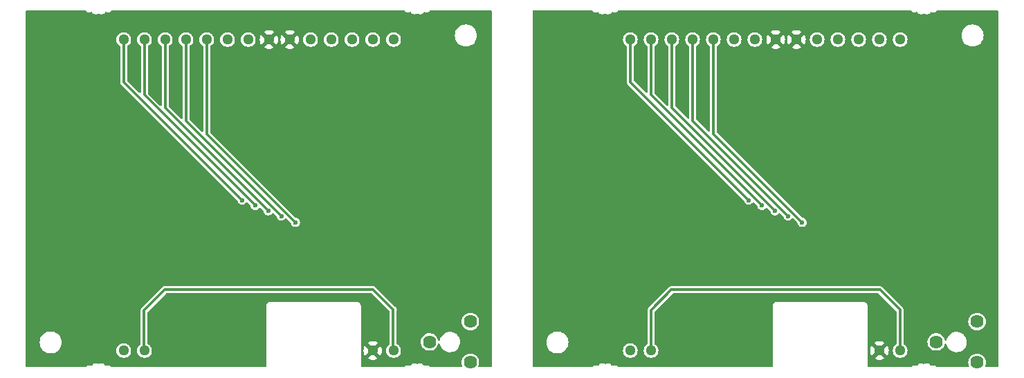
<source format=gbl>
G04 #@! TF.GenerationSoftware,KiCad,Pcbnew,7.0.10*
G04 #@! TF.CreationDate,2024-03-22T18:32:09+01:00*
G04 #@! TF.ProjectId,dogs102,646f6773-3130-4322-9e6b-696361645f70,rev?*
G04 #@! TF.SameCoordinates,Original*
G04 #@! TF.FileFunction,Copper,L2,Bot*
G04 #@! TF.FilePolarity,Positive*
%FSLAX46Y46*%
G04 Gerber Fmt 4.6, Leading zero omitted, Abs format (unit mm)*
G04 Created by KiCad (PCBNEW 7.0.10) date 2024-03-22 18:32:09*
%MOMM*%
%LPD*%
G01*
G04 APERTURE LIST*
G04 #@! TA.AperFunction,ComponentPad*
%ADD10C,1.620000*%
G04 #@! TD*
G04 #@! TA.AperFunction,ComponentPad*
%ADD11C,1.280000*%
G04 #@! TD*
G04 #@! TA.AperFunction,ViaPad*
%ADD12C,0.600000*%
G04 #@! TD*
G04 #@! TA.AperFunction,Conductor*
%ADD13C,0.350000*%
G04 #@! TD*
G04 APERTURE END LIST*
D10*
X235010000Y-120900000D03*
X230010000Y-123400000D03*
X235010000Y-125900000D03*
D11*
X192590000Y-124460000D03*
X195130000Y-124460000D03*
X223070000Y-124460000D03*
X225610000Y-124460000D03*
X225610000Y-86360000D03*
X223070000Y-86360000D03*
X220530000Y-86360000D03*
X217990000Y-86360000D03*
X215450000Y-86360000D03*
X212910000Y-86360000D03*
X210370000Y-86360000D03*
X207830000Y-86360000D03*
X205290000Y-86360000D03*
X202750000Y-86360000D03*
X200210000Y-86360000D03*
X197670000Y-86360000D03*
X195130000Y-86360000D03*
X192590000Y-86360000D03*
X130590000Y-124460000D03*
X133130000Y-124460000D03*
X161070000Y-124460000D03*
X163610000Y-124460000D03*
X163610000Y-86360000D03*
X161070000Y-86360000D03*
X158530000Y-86360000D03*
X155990000Y-86360000D03*
X153450000Y-86360000D03*
X150910000Y-86360000D03*
X148370000Y-86360000D03*
X145830000Y-86360000D03*
X143290000Y-86360000D03*
X140750000Y-86360000D03*
X138210000Y-86360000D03*
X135670000Y-86360000D03*
X133130000Y-86360000D03*
X130590000Y-86360000D03*
D10*
X173010000Y-120900000D03*
X168010000Y-123400000D03*
X173010000Y-125900000D03*
D12*
X213610000Y-108750000D03*
X207075808Y-106034192D03*
X208678106Y-106681894D03*
X210280404Y-107329596D03*
X211882702Y-107977298D03*
X151610000Y-108750000D03*
X149882702Y-107977298D03*
X148280404Y-107329596D03*
X146678106Y-106681894D03*
X145075808Y-106034192D03*
D13*
X195130000Y-86360000D02*
X195130000Y-93133788D01*
X195130000Y-93133788D02*
X208678106Y-106681894D01*
X192590000Y-91548384D02*
X207075808Y-106034192D01*
X192590000Y-86360000D02*
X192590000Y-91548384D01*
X197670000Y-86360000D02*
X197670000Y-94719192D01*
X197670000Y-94719192D02*
X210280404Y-107329596D01*
X223110000Y-117000000D02*
X197610000Y-117000000D01*
X197610000Y-117000000D02*
X195096000Y-119514000D01*
X225576000Y-124460000D02*
X225576000Y-119466000D01*
X195096000Y-119514000D02*
X195096000Y-124460000D01*
X225576000Y-119466000D02*
X223110000Y-117000000D01*
X200210000Y-86360000D02*
X200210000Y-96304596D01*
X200210000Y-96304596D02*
X211882702Y-107977298D01*
X202750000Y-97890000D02*
X213610000Y-108750000D01*
X202750000Y-86360000D02*
X202750000Y-97890000D01*
X140750000Y-86360000D02*
X140750000Y-97890000D01*
X140750000Y-97890000D02*
X151610000Y-108750000D01*
X138210000Y-96304596D02*
X149882702Y-107977298D01*
X138210000Y-86360000D02*
X138210000Y-96304596D01*
X163576000Y-119466000D02*
X161110000Y-117000000D01*
X133096000Y-119514000D02*
X133096000Y-124460000D01*
X163576000Y-124460000D02*
X163576000Y-119466000D01*
X135610000Y-117000000D02*
X133096000Y-119514000D01*
X161110000Y-117000000D02*
X135610000Y-117000000D01*
X135670000Y-86360000D02*
X135670000Y-94719192D01*
X135670000Y-94719192D02*
X148280404Y-107329596D01*
X133130000Y-93133788D02*
X146678106Y-106681894D01*
X133130000Y-86360000D02*
X133130000Y-93133788D01*
X130590000Y-91548384D02*
X145075808Y-106034192D01*
X130590000Y-86360000D02*
X130590000Y-91548384D01*
G04 #@! TA.AperFunction,Conductor*
G36*
X125925370Y-82770185D02*
G01*
X125962646Y-82807460D01*
X125972727Y-82823146D01*
X125977857Y-82831128D01*
X126086627Y-82925377D01*
X126217543Y-82985165D01*
X126324201Y-83000500D01*
X126324204Y-83000500D01*
X126395796Y-83000500D01*
X126395799Y-83000500D01*
X126502457Y-82985165D01*
X126569954Y-82954339D01*
X126639110Y-82944396D01*
X126702666Y-82973420D01*
X126725779Y-83000094D01*
X126777855Y-83081125D01*
X126777857Y-83081128D01*
X126886627Y-83175377D01*
X127017543Y-83235165D01*
X127124201Y-83250500D01*
X127124204Y-83250500D01*
X127195796Y-83250500D01*
X127195799Y-83250500D01*
X127302457Y-83235165D01*
X127433373Y-83175377D01*
X127433382Y-83175368D01*
X127440833Y-83170582D01*
X127442456Y-83173108D01*
X127492326Y-83150320D01*
X127561487Y-83160248D01*
X127578699Y-83171310D01*
X127579167Y-83170582D01*
X127586619Y-83175370D01*
X127586627Y-83175377D01*
X127717543Y-83235165D01*
X127824201Y-83250500D01*
X127824204Y-83250500D01*
X127895796Y-83250500D01*
X127895799Y-83250500D01*
X128002457Y-83235165D01*
X128133373Y-83175377D01*
X128242143Y-83081128D01*
X128294220Y-83000094D01*
X128347021Y-82954340D01*
X128416179Y-82944396D01*
X128450047Y-82954340D01*
X128517543Y-82985165D01*
X128624201Y-83000500D01*
X128624204Y-83000500D01*
X128695796Y-83000500D01*
X128695799Y-83000500D01*
X128802457Y-82985165D01*
X128933373Y-82925377D01*
X129042143Y-82831128D01*
X129051158Y-82817099D01*
X129057354Y-82807460D01*
X129110158Y-82761705D01*
X129161669Y-82750500D01*
X164858331Y-82750500D01*
X164925370Y-82770185D01*
X164962646Y-82807460D01*
X164972727Y-82823146D01*
X164977857Y-82831128D01*
X165086627Y-82925377D01*
X165217543Y-82985165D01*
X165324201Y-83000500D01*
X165324204Y-83000500D01*
X165395796Y-83000500D01*
X165395799Y-83000500D01*
X165502457Y-82985165D01*
X165569954Y-82954339D01*
X165639110Y-82944396D01*
X165702666Y-82973420D01*
X165725779Y-83000094D01*
X165777855Y-83081125D01*
X165777857Y-83081128D01*
X165886627Y-83175377D01*
X166017543Y-83235165D01*
X166124201Y-83250500D01*
X166124204Y-83250500D01*
X166195796Y-83250500D01*
X166195799Y-83250500D01*
X166302457Y-83235165D01*
X166433373Y-83175377D01*
X166433382Y-83175368D01*
X166440833Y-83170582D01*
X166442456Y-83173108D01*
X166492326Y-83150320D01*
X166561487Y-83160248D01*
X166578699Y-83171310D01*
X166579167Y-83170582D01*
X166586619Y-83175370D01*
X166586627Y-83175377D01*
X166717543Y-83235165D01*
X166824201Y-83250500D01*
X166824204Y-83250500D01*
X166895796Y-83250500D01*
X166895799Y-83250500D01*
X167002457Y-83235165D01*
X167133373Y-83175377D01*
X167242143Y-83081128D01*
X167294220Y-83000094D01*
X167347021Y-82954340D01*
X167416179Y-82944396D01*
X167450047Y-82954340D01*
X167517543Y-82985165D01*
X167624201Y-83000500D01*
X167624204Y-83000500D01*
X167695796Y-83000500D01*
X167695799Y-83000500D01*
X167802457Y-82985165D01*
X167933373Y-82925377D01*
X168042143Y-82831128D01*
X168055779Y-82809908D01*
X168108582Y-82764153D01*
X168160057Y-82752946D01*
X175485462Y-82750692D01*
X175552507Y-82770356D01*
X175598279Y-82823146D01*
X175609500Y-82874692D01*
X175609500Y-126375500D01*
X175589815Y-126442539D01*
X175537011Y-126488294D01*
X175485500Y-126499500D01*
X174103467Y-126499500D01*
X174036428Y-126479815D01*
X173990673Y-126427011D01*
X173980729Y-126357853D01*
X173994109Y-126317046D01*
X173994320Y-126316650D01*
X173998229Y-126309338D01*
X174059098Y-126108679D01*
X174079651Y-125900000D01*
X174059098Y-125691321D01*
X173998229Y-125490662D01*
X173899382Y-125305734D01*
X173844555Y-125238927D01*
X173766357Y-125143642D01*
X173604269Y-125010620D01*
X173604267Y-125010619D01*
X173604266Y-125010618D01*
X173419338Y-124911771D01*
X173319008Y-124881336D01*
X173218677Y-124850901D01*
X173010000Y-124830349D01*
X172801322Y-124850901D01*
X172600659Y-124911772D01*
X172415730Y-125010620D01*
X172253642Y-125143642D01*
X172120620Y-125305730D01*
X172021772Y-125490659D01*
X171960901Y-125691322D01*
X171940349Y-125900000D01*
X171960901Y-126108677D01*
X171979162Y-126168874D01*
X172003619Y-126249500D01*
X172021772Y-126309340D01*
X172025891Y-126317046D01*
X172040133Y-126385449D01*
X172015133Y-126450693D01*
X171958828Y-126492064D01*
X171916533Y-126499500D01*
X168161669Y-126499500D01*
X168094630Y-126479815D01*
X168057354Y-126442540D01*
X168042144Y-126418874D01*
X168042143Y-126418872D01*
X167933373Y-126324623D01*
X167916782Y-126317046D01*
X167802456Y-126264834D01*
X167722611Y-126253355D01*
X167695799Y-126249500D01*
X167624201Y-126249500D01*
X167610794Y-126251427D01*
X167517543Y-126264834D01*
X167450044Y-126295660D01*
X167380886Y-126305603D01*
X167317330Y-126276577D01*
X167294221Y-126249908D01*
X167242143Y-126168872D01*
X167133373Y-126074623D01*
X167133371Y-126074622D01*
X167002456Y-126014834D01*
X166922611Y-126003355D01*
X166895799Y-125999500D01*
X166824201Y-125999500D01*
X166810794Y-126001427D01*
X166717543Y-126014834D01*
X166586628Y-126074622D01*
X166579166Y-126079418D01*
X166577544Y-126076895D01*
X166527645Y-126099683D01*
X166458487Y-126089739D01*
X166441299Y-126078693D01*
X166440834Y-126079418D01*
X166433371Y-126074622D01*
X166302456Y-126014834D01*
X166222611Y-126003355D01*
X166195799Y-125999500D01*
X166124201Y-125999500D01*
X166110794Y-126001427D01*
X166017543Y-126014834D01*
X165886628Y-126074622D01*
X165886626Y-126074623D01*
X165777855Y-126168874D01*
X165725779Y-126249905D01*
X165672975Y-126295660D01*
X165603816Y-126305603D01*
X165569953Y-126295659D01*
X165502458Y-126264835D01*
X165466904Y-126259723D01*
X165395799Y-126249500D01*
X165324201Y-126249500D01*
X165310794Y-126251427D01*
X165217543Y-126264834D01*
X165086628Y-126324622D01*
X165086626Y-126324623D01*
X164977855Y-126418874D01*
X164962646Y-126442540D01*
X164909842Y-126488295D01*
X164858331Y-126499500D01*
X159734500Y-126499500D01*
X159667461Y-126479815D01*
X159621706Y-126427011D01*
X159610500Y-126375500D01*
X159610500Y-124460000D01*
X159925116Y-124460000D01*
X159944609Y-124670369D01*
X160002427Y-124873581D01*
X160096600Y-125062703D01*
X160103975Y-125072470D01*
X160680786Y-124495659D01*
X160694465Y-124582019D01*
X160750551Y-124692093D01*
X160837907Y-124779449D01*
X160947981Y-124835535D01*
X161034339Y-124849212D01*
X160460255Y-125423295D01*
X160559680Y-125484857D01*
X160559681Y-125484858D01*
X160756685Y-125561177D01*
X160964365Y-125600000D01*
X161175635Y-125600000D01*
X161383319Y-125561176D01*
X161580309Y-125484861D01*
X161580327Y-125484852D01*
X161679742Y-125423296D01*
X161679742Y-125423295D01*
X161105660Y-124849212D01*
X161192019Y-124835535D01*
X161302093Y-124779449D01*
X161389449Y-124692093D01*
X161445535Y-124582019D01*
X161459212Y-124495659D01*
X162036023Y-125072470D01*
X162043401Y-125062700D01*
X162043403Y-125062697D01*
X162137572Y-124873582D01*
X162195390Y-124670369D01*
X162214884Y-124460000D01*
X162214884Y-124459999D01*
X162195390Y-124249630D01*
X162137572Y-124046418D01*
X162043399Y-123857295D01*
X162036024Y-123847528D01*
X161459212Y-124424339D01*
X161445535Y-124337981D01*
X161389449Y-124227907D01*
X161302093Y-124140551D01*
X161192019Y-124084465D01*
X161105660Y-124070787D01*
X161679743Y-123496703D01*
X161580319Y-123435142D01*
X161580318Y-123435141D01*
X161383314Y-123358822D01*
X161175635Y-123320000D01*
X160964365Y-123320000D01*
X160756685Y-123358822D01*
X160559683Y-123435140D01*
X160559677Y-123435143D01*
X160460256Y-123496702D01*
X160460255Y-123496703D01*
X161034339Y-124070787D01*
X160947981Y-124084465D01*
X160837907Y-124140551D01*
X160750551Y-124227907D01*
X160694465Y-124337981D01*
X160680787Y-124424340D01*
X160103974Y-123847527D01*
X160096602Y-123857292D01*
X160096598Y-123857298D01*
X160002427Y-124046418D01*
X159944609Y-124249630D01*
X159925116Y-124459999D01*
X159925116Y-124460000D01*
X159610500Y-124460000D01*
X159610500Y-118928039D01*
X159610499Y-118928034D01*
X159602808Y-118901842D01*
X159599050Y-118884564D01*
X159595165Y-118857546D01*
X159595165Y-118857544D01*
X159595165Y-118857543D01*
X159595163Y-118857538D01*
X159583826Y-118832713D01*
X159577643Y-118816136D01*
X159569953Y-118789948D01*
X159569953Y-118789946D01*
X159555192Y-118766978D01*
X159546714Y-118751451D01*
X159546005Y-118749899D01*
X159535377Y-118726627D01*
X159517500Y-118705996D01*
X159506903Y-118691840D01*
X159492143Y-118668872D01*
X159492142Y-118668871D01*
X159471510Y-118650992D01*
X159459006Y-118638488D01*
X159441128Y-118617857D01*
X159441123Y-118617853D01*
X159418160Y-118603095D01*
X159404000Y-118592496D01*
X159397007Y-118586437D01*
X159383373Y-118574623D01*
X159358541Y-118563282D01*
X159343019Y-118554806D01*
X159343017Y-118554805D01*
X159320053Y-118540047D01*
X159320051Y-118540046D01*
X159293858Y-118532355D01*
X159277288Y-118526174D01*
X159252457Y-118514835D01*
X159225423Y-118510947D01*
X159208154Y-118507190D01*
X159181963Y-118499500D01*
X159181961Y-118499500D01*
X159145799Y-118499500D01*
X148581961Y-118499500D01*
X148438039Y-118499500D01*
X148438036Y-118499500D01*
X148438034Y-118499501D01*
X148411842Y-118507190D01*
X148394568Y-118510948D01*
X148367544Y-118514834D01*
X148367541Y-118514835D01*
X148342710Y-118526175D01*
X148326141Y-118532355D01*
X148313171Y-118536163D01*
X148299947Y-118540047D01*
X148299945Y-118540047D01*
X148299945Y-118540048D01*
X148276982Y-118554805D01*
X148261461Y-118563280D01*
X148236628Y-118574621D01*
X148236625Y-118574623D01*
X148216000Y-118592495D01*
X148201840Y-118603095D01*
X148178876Y-118617853D01*
X148178871Y-118617857D01*
X148160993Y-118638489D01*
X148148489Y-118650993D01*
X148127857Y-118668871D01*
X148127853Y-118668876D01*
X148113095Y-118691840D01*
X148102495Y-118706000D01*
X148084623Y-118726625D01*
X148084621Y-118726628D01*
X148073280Y-118751461D01*
X148064805Y-118766982D01*
X148050048Y-118789945D01*
X148042355Y-118816141D01*
X148036175Y-118832710D01*
X148024835Y-118857541D01*
X148024834Y-118857544D01*
X148020948Y-118884568D01*
X148017190Y-118901842D01*
X148009501Y-118928034D01*
X148009500Y-118928042D01*
X148009500Y-126375500D01*
X147989815Y-126442539D01*
X147937011Y-126488294D01*
X147885500Y-126499500D01*
X129161669Y-126499500D01*
X129094630Y-126479815D01*
X129057354Y-126442540D01*
X129042144Y-126418874D01*
X129042143Y-126418872D01*
X128933373Y-126324623D01*
X128916782Y-126317046D01*
X128802456Y-126264834D01*
X128722611Y-126253355D01*
X128695799Y-126249500D01*
X128624201Y-126249500D01*
X128610794Y-126251427D01*
X128517543Y-126264834D01*
X128450044Y-126295660D01*
X128380886Y-126305603D01*
X128317330Y-126276577D01*
X128294221Y-126249908D01*
X128242143Y-126168872D01*
X128133373Y-126074623D01*
X128133371Y-126074622D01*
X128002456Y-126014834D01*
X127922611Y-126003355D01*
X127895799Y-125999500D01*
X127824201Y-125999500D01*
X127810794Y-126001427D01*
X127717543Y-126014834D01*
X127586628Y-126074622D01*
X127579166Y-126079418D01*
X127577544Y-126076895D01*
X127527645Y-126099683D01*
X127458487Y-126089739D01*
X127441299Y-126078693D01*
X127440834Y-126079418D01*
X127433371Y-126074622D01*
X127302456Y-126014834D01*
X127222611Y-126003355D01*
X127195799Y-125999500D01*
X127124201Y-125999500D01*
X127110794Y-126001427D01*
X127017543Y-126014834D01*
X126886628Y-126074622D01*
X126886626Y-126074623D01*
X126777855Y-126168874D01*
X126725779Y-126249905D01*
X126672975Y-126295660D01*
X126603816Y-126305603D01*
X126569953Y-126295659D01*
X126502458Y-126264835D01*
X126466904Y-126259723D01*
X126395799Y-126249500D01*
X126324201Y-126249500D01*
X126310794Y-126251427D01*
X126217543Y-126264834D01*
X126086628Y-126324622D01*
X126086626Y-126324623D01*
X125977855Y-126418874D01*
X125962646Y-126442540D01*
X125909842Y-126488295D01*
X125858331Y-126499500D01*
X118734500Y-126499500D01*
X118667461Y-126479815D01*
X118621706Y-126427011D01*
X118610500Y-126375500D01*
X118610500Y-123450000D01*
X120304341Y-123450000D01*
X120324936Y-123685403D01*
X120324938Y-123685413D01*
X120386094Y-123913655D01*
X120386096Y-123913659D01*
X120386097Y-123913663D01*
X120436031Y-124020746D01*
X120485964Y-124127828D01*
X120485965Y-124127830D01*
X120621505Y-124321402D01*
X120788597Y-124488494D01*
X120982169Y-124624034D01*
X120982171Y-124624035D01*
X121196337Y-124723903D01*
X121424592Y-124785063D01*
X121601032Y-124800499D01*
X121601033Y-124800500D01*
X121601034Y-124800500D01*
X121718967Y-124800500D01*
X121718967Y-124800499D01*
X121895408Y-124785063D01*
X122123663Y-124723903D01*
X122337829Y-124624035D01*
X122531401Y-124488495D01*
X122559896Y-124460000D01*
X129690573Y-124460000D01*
X129710228Y-124647003D01*
X129710229Y-124647005D01*
X129768333Y-124825831D01*
X129768334Y-124825833D01*
X129817951Y-124911772D01*
X129862348Y-124988670D01*
X129882112Y-125010620D01*
X129988160Y-125128400D01*
X129988163Y-125128402D01*
X129988166Y-125128405D01*
X130102256Y-125211296D01*
X130140287Y-125238928D01*
X130206226Y-125268285D01*
X130312062Y-125315406D01*
X130495984Y-125354500D01*
X130684016Y-125354500D01*
X130867938Y-125315406D01*
X131039714Y-125238927D01*
X131191834Y-125128405D01*
X131317652Y-124988670D01*
X131411667Y-124825830D01*
X131469772Y-124647001D01*
X131489427Y-124460000D01*
X132230573Y-124460000D01*
X132250228Y-124647003D01*
X132250229Y-124647005D01*
X132308333Y-124825831D01*
X132308334Y-124825833D01*
X132357951Y-124911772D01*
X132402348Y-124988670D01*
X132422112Y-125010620D01*
X132528160Y-125128400D01*
X132528163Y-125128402D01*
X132528166Y-125128405D01*
X132642256Y-125211296D01*
X132680287Y-125238928D01*
X132746226Y-125268285D01*
X132852062Y-125315406D01*
X133035984Y-125354500D01*
X133224016Y-125354500D01*
X133407938Y-125315406D01*
X133579714Y-125238927D01*
X133731834Y-125128405D01*
X133857652Y-124988670D01*
X133951667Y-124825830D01*
X134009772Y-124647001D01*
X134029427Y-124460000D01*
X134009772Y-124272999D01*
X133951667Y-124094170D01*
X133950228Y-124091678D01*
X133894392Y-123994966D01*
X133857652Y-123931330D01*
X133808372Y-123876599D01*
X133731839Y-123791599D01*
X133731836Y-123791597D01*
X133731835Y-123791596D01*
X133731834Y-123791595D01*
X133644612Y-123728224D01*
X133576614Y-123678820D01*
X133533949Y-123623489D01*
X133525500Y-123578502D01*
X133525500Y-119743266D01*
X133545185Y-119676227D01*
X133561819Y-119655585D01*
X135751586Y-117465819D01*
X135812909Y-117432334D01*
X135839267Y-117429500D01*
X160880734Y-117429500D01*
X160947773Y-117449185D01*
X160968415Y-117465819D01*
X163110181Y-119607585D01*
X163143666Y-119668908D01*
X163146500Y-119695266D01*
X163146500Y-123627907D01*
X163126815Y-123694946D01*
X163095386Y-123728224D01*
X163008169Y-123791592D01*
X163008160Y-123791599D01*
X162882347Y-123931331D01*
X162788334Y-124094166D01*
X162788333Y-124094168D01*
X162730229Y-124272994D01*
X162730228Y-124272996D01*
X162710573Y-124460000D01*
X162730228Y-124647003D01*
X162730229Y-124647005D01*
X162788333Y-124825831D01*
X162788334Y-124825833D01*
X162837951Y-124911772D01*
X162882348Y-124988670D01*
X162902112Y-125010620D01*
X163008160Y-125128400D01*
X163008163Y-125128402D01*
X163008166Y-125128405D01*
X163122256Y-125211296D01*
X163160287Y-125238928D01*
X163226226Y-125268285D01*
X163332062Y-125315406D01*
X163515984Y-125354500D01*
X163704016Y-125354500D01*
X163887938Y-125315406D01*
X164059714Y-125238927D01*
X164211834Y-125128405D01*
X164337652Y-124988670D01*
X164431667Y-124825830D01*
X164489772Y-124647001D01*
X164509427Y-124460000D01*
X164489772Y-124272999D01*
X164431667Y-124094170D01*
X164430228Y-124091678D01*
X164374392Y-123994966D01*
X164337652Y-123931330D01*
X164288372Y-123876599D01*
X164211839Y-123791599D01*
X164211836Y-123791597D01*
X164211835Y-123791596D01*
X164211834Y-123791595D01*
X164124612Y-123728224D01*
X164056614Y-123678820D01*
X164013949Y-123623489D01*
X164005500Y-123578502D01*
X164005500Y-123400000D01*
X166940349Y-123400000D01*
X166960901Y-123608677D01*
X166982179Y-123678820D01*
X167021771Y-123809338D01*
X167077534Y-123913663D01*
X167120620Y-123994269D01*
X167253642Y-124156357D01*
X167395771Y-124272999D01*
X167415734Y-124289382D01*
X167600662Y-124388229D01*
X167801321Y-124449098D01*
X168010000Y-124469651D01*
X168218679Y-124449098D01*
X168419338Y-124388229D01*
X168604266Y-124289382D01*
X168766357Y-124156357D01*
X168899382Y-123994266D01*
X168998229Y-123809338D01*
X169044120Y-123658054D01*
X169082415Y-123599619D01*
X169146228Y-123571163D01*
X169215295Y-123581723D01*
X169267688Y-123627947D01*
X169284428Y-123674022D01*
X169284687Y-123673963D01*
X169285160Y-123676035D01*
X169285656Y-123677401D01*
X169285925Y-123679388D01*
X169355483Y-123893465D01*
X169462146Y-124091678D01*
X169462148Y-124091681D01*
X169602489Y-124267663D01*
X169602491Y-124267664D01*
X169602492Y-124267666D01*
X169772004Y-124415765D01*
X169965236Y-124531215D01*
X170175976Y-124610307D01*
X170397450Y-124650500D01*
X170397453Y-124650500D01*
X170566148Y-124650500D01*
X170566155Y-124650500D01*
X170734188Y-124635377D01*
X170734192Y-124635376D01*
X170951160Y-124575496D01*
X170951162Y-124575495D01*
X170951170Y-124575493D01*
X171153973Y-124477829D01*
X171336078Y-124345522D01*
X171491632Y-124182825D01*
X171615635Y-123994968D01*
X171704103Y-123787988D01*
X171754191Y-123568537D01*
X171764290Y-123343670D01*
X171734075Y-123120613D01*
X171664517Y-122906536D01*
X171557852Y-122708319D01*
X171485167Y-122617175D01*
X171417510Y-122532336D01*
X171392652Y-122510618D01*
X171247996Y-122384235D01*
X171054764Y-122268785D01*
X170936775Y-122224503D01*
X170844023Y-122189692D01*
X170622550Y-122149500D01*
X170622547Y-122149500D01*
X170453845Y-122149500D01*
X170415399Y-122152960D01*
X170285813Y-122164622D01*
X170285807Y-122164623D01*
X170068839Y-122224503D01*
X170068826Y-122224508D01*
X169866033Y-122322167D01*
X169866025Y-122322171D01*
X169683927Y-122454473D01*
X169683925Y-122454474D01*
X169528366Y-122617176D01*
X169404363Y-122805033D01*
X169315899Y-123012004D01*
X169315895Y-123012017D01*
X169286232Y-123141982D01*
X169252123Y-123202961D01*
X169190462Y-123235819D01*
X169120825Y-123230124D01*
X169065321Y-123187684D01*
X169046680Y-123150385D01*
X169037649Y-123120613D01*
X168998229Y-122990662D01*
X168899382Y-122805734D01*
X168898806Y-122805032D01*
X168766357Y-122643642D01*
X168604269Y-122510620D01*
X168604267Y-122510619D01*
X168604266Y-122510618D01*
X168419338Y-122411771D01*
X168319008Y-122381336D01*
X168218677Y-122350901D01*
X168010000Y-122330349D01*
X167801322Y-122350901D01*
X167600659Y-122411772D01*
X167415730Y-122510620D01*
X167253642Y-122643642D01*
X167120620Y-122805730D01*
X167021772Y-122990659D01*
X166960901Y-123191322D01*
X166940349Y-123400000D01*
X164005500Y-123400000D01*
X164005500Y-120900000D01*
X171940349Y-120900000D01*
X171960901Y-121108677D01*
X172021772Y-121309340D01*
X172120620Y-121494269D01*
X172253642Y-121656357D01*
X172415730Y-121789379D01*
X172415734Y-121789382D01*
X172600662Y-121888229D01*
X172801321Y-121949098D01*
X173010000Y-121969651D01*
X173218679Y-121949098D01*
X173419338Y-121888229D01*
X173604266Y-121789382D01*
X173766357Y-121656357D01*
X173899382Y-121494266D01*
X173998229Y-121309338D01*
X174059098Y-121108679D01*
X174079651Y-120900000D01*
X174059098Y-120691321D01*
X173998229Y-120490662D01*
X173899382Y-120305734D01*
X173899379Y-120305730D01*
X173766357Y-120143642D01*
X173604269Y-120010620D01*
X173604267Y-120010619D01*
X173604266Y-120010618D01*
X173419338Y-119911771D01*
X173319008Y-119881336D01*
X173218677Y-119850901D01*
X173010000Y-119830349D01*
X172801322Y-119850901D01*
X172600659Y-119911772D01*
X172415730Y-120010620D01*
X172253642Y-120143642D01*
X172120620Y-120305730D01*
X172021772Y-120490659D01*
X171960901Y-120691322D01*
X171940349Y-120900000D01*
X164005500Y-120900000D01*
X164005500Y-119497084D01*
X164006280Y-119483199D01*
X164010048Y-119449760D01*
X164009954Y-119449263D01*
X163999921Y-119396243D01*
X163999154Y-119391721D01*
X163991054Y-119337973D01*
X163991052Y-119337970D01*
X163988662Y-119330219D01*
X163985978Y-119322548D01*
X163985977Y-119322543D01*
X163976112Y-119303878D01*
X163960550Y-119274431D01*
X163958461Y-119270292D01*
X163934878Y-119221321D01*
X163930303Y-119214611D01*
X163925478Y-119208073D01*
X163887018Y-119169613D01*
X163883801Y-119166274D01*
X163846812Y-119126410D01*
X163839547Y-119120616D01*
X163840100Y-119119922D01*
X163828177Y-119110772D01*
X161435683Y-116718278D01*
X161426416Y-116707908D01*
X161405436Y-116681599D01*
X161360494Y-116650958D01*
X161356714Y-116648276D01*
X161312955Y-116615981D01*
X161305813Y-116612205D01*
X161298460Y-116608664D01*
X161298458Y-116608663D01*
X161298455Y-116608662D01*
X161298453Y-116608661D01*
X161246475Y-116592627D01*
X161242075Y-116591179D01*
X161190750Y-116573220D01*
X161182781Y-116571712D01*
X161174738Y-116570500D01*
X161174737Y-116570500D01*
X161120323Y-116570500D01*
X161115688Y-116570413D01*
X161113299Y-116570323D01*
X161061370Y-116568380D01*
X161052138Y-116569421D01*
X161052038Y-116568538D01*
X161037136Y-116570500D01*
X135641084Y-116570500D01*
X135627201Y-116569720D01*
X135621592Y-116569088D01*
X135593758Y-116565951D01*
X135540313Y-116576064D01*
X135535744Y-116576841D01*
X135518548Y-116579432D01*
X135481973Y-116584946D01*
X135481972Y-116584946D01*
X135481968Y-116584947D01*
X135474219Y-116587336D01*
X135466542Y-116590023D01*
X135418449Y-116615440D01*
X135414315Y-116617527D01*
X135365320Y-116641122D01*
X135358625Y-116645687D01*
X135352071Y-116650523D01*
X135313622Y-116688972D01*
X135310288Y-116692184D01*
X135270410Y-116729187D01*
X135264617Y-116736452D01*
X135263925Y-116735900D01*
X135254775Y-116747819D01*
X132814275Y-119188318D01*
X132803908Y-119197583D01*
X132777598Y-119218564D01*
X132746965Y-119263495D01*
X132744284Y-119267273D01*
X132711985Y-119311037D01*
X132708181Y-119318235D01*
X132704663Y-119325541D01*
X132688631Y-119377514D01*
X132687182Y-119381915D01*
X132669221Y-119433247D01*
X132667711Y-119441226D01*
X132666500Y-119449263D01*
X132666500Y-119503676D01*
X132666413Y-119508312D01*
X132664380Y-119562631D01*
X132665421Y-119571866D01*
X132664536Y-119571965D01*
X132666500Y-119586866D01*
X132666500Y-123627907D01*
X132646815Y-123694946D01*
X132615386Y-123728224D01*
X132528169Y-123791592D01*
X132528160Y-123791599D01*
X132402347Y-123931331D01*
X132308334Y-124094166D01*
X132308333Y-124094168D01*
X132250229Y-124272994D01*
X132250228Y-124272996D01*
X132230573Y-124460000D01*
X131489427Y-124460000D01*
X131469772Y-124272999D01*
X131411667Y-124094170D01*
X131410228Y-124091678D01*
X131354392Y-123994966D01*
X131317652Y-123931330D01*
X131268372Y-123876599D01*
X131191839Y-123791599D01*
X131191836Y-123791597D01*
X131191835Y-123791596D01*
X131191834Y-123791595D01*
X131104612Y-123728224D01*
X131039712Y-123681071D01*
X130877113Y-123608679D01*
X130867938Y-123604594D01*
X130867936Y-123604593D01*
X130684016Y-123565500D01*
X130495984Y-123565500D01*
X130312062Y-123604593D01*
X130312057Y-123604595D01*
X130140287Y-123681073D01*
X130140282Y-123681075D01*
X129988167Y-123791593D01*
X129988160Y-123791599D01*
X129862347Y-123931331D01*
X129768334Y-124094166D01*
X129768333Y-124094168D01*
X129710229Y-124272994D01*
X129710228Y-124272996D01*
X129690573Y-124460000D01*
X122559896Y-124460000D01*
X122698495Y-124321401D01*
X122834035Y-124127830D01*
X122933903Y-123913663D01*
X122995063Y-123685408D01*
X123015659Y-123450000D01*
X122995063Y-123214592D01*
X122933903Y-122986337D01*
X122834035Y-122772171D01*
X122834034Y-122772169D01*
X122698494Y-122578597D01*
X122531402Y-122411505D01*
X122337830Y-122275965D01*
X122337828Y-122275964D01*
X122152817Y-122189692D01*
X122123663Y-122176097D01*
X122123659Y-122176096D01*
X122123655Y-122176094D01*
X121895413Y-122114938D01*
X121895403Y-122114936D01*
X121718967Y-122099500D01*
X121718966Y-122099500D01*
X121601034Y-122099500D01*
X121601033Y-122099500D01*
X121424596Y-122114936D01*
X121424586Y-122114938D01*
X121196344Y-122176094D01*
X121196335Y-122176098D01*
X120982171Y-122275964D01*
X120982169Y-122275965D01*
X120788597Y-122411505D01*
X120621506Y-122578597D01*
X120621501Y-122578604D01*
X120485967Y-122772165D01*
X120485965Y-122772169D01*
X120386098Y-122986335D01*
X120386094Y-122986344D01*
X120324938Y-123214586D01*
X120324936Y-123214596D01*
X120304341Y-123449999D01*
X120304341Y-123450000D01*
X118610500Y-123450000D01*
X118610500Y-86360000D01*
X129690573Y-86360000D01*
X129710228Y-86547003D01*
X129710229Y-86547005D01*
X129768333Y-86725831D01*
X129768334Y-86725833D01*
X129795902Y-86773582D01*
X129862348Y-86888670D01*
X129906175Y-86937345D01*
X129988160Y-87028400D01*
X129988166Y-87028405D01*
X130109386Y-87116477D01*
X130152051Y-87171804D01*
X130160500Y-87216793D01*
X130160500Y-91517300D01*
X130159720Y-91531186D01*
X130155951Y-91564624D01*
X130166065Y-91618072D01*
X130166842Y-91622644D01*
X130174946Y-91676410D01*
X130177349Y-91684203D01*
X130180022Y-91691841D01*
X130205432Y-91739919D01*
X130207522Y-91744058D01*
X130231121Y-91793063D01*
X130235683Y-91799753D01*
X130240523Y-91806311D01*
X130278967Y-91844755D01*
X130282183Y-91848093D01*
X130319189Y-91887975D01*
X130326453Y-91893768D01*
X130325899Y-91894462D01*
X130337825Y-91903613D01*
X144494054Y-106059843D01*
X144527539Y-106121166D01*
X144529312Y-106131338D01*
X144535580Y-106178944D01*
X144535581Y-106178949D01*
X144591450Y-106313830D01*
X144591453Y-106313836D01*
X144680333Y-106429665D01*
X144680334Y-106429666D01*
X144796163Y-106518546D01*
X144796169Y-106518549D01*
X144863609Y-106546483D01*
X144931054Y-106574420D01*
X145003431Y-106583948D01*
X145075807Y-106593477D01*
X145075808Y-106593477D01*
X145075809Y-106593477D01*
X145124059Y-106587124D01*
X145220562Y-106574420D01*
X145355451Y-106518547D01*
X145471282Y-106429666D01*
X145535949Y-106345389D01*
X145592375Y-106304189D01*
X145662121Y-106300034D01*
X145722004Y-106333197D01*
X146096352Y-106707545D01*
X146129837Y-106768868D01*
X146131610Y-106779040D01*
X146137878Y-106826646D01*
X146137879Y-106826651D01*
X146193748Y-106961532D01*
X146193751Y-106961538D01*
X146282631Y-107077367D01*
X146282632Y-107077368D01*
X146398461Y-107166248D01*
X146398467Y-107166251D01*
X146465907Y-107194185D01*
X146533352Y-107222122D01*
X146605729Y-107231650D01*
X146678105Y-107241179D01*
X146678106Y-107241179D01*
X146678107Y-107241179D01*
X146726357Y-107234826D01*
X146822860Y-107222122D01*
X146957749Y-107166249D01*
X147073580Y-107077368D01*
X147138247Y-106993091D01*
X147194673Y-106951891D01*
X147264419Y-106947736D01*
X147324302Y-106980899D01*
X147698650Y-107355247D01*
X147732135Y-107416570D01*
X147733908Y-107426742D01*
X147740176Y-107474348D01*
X147740177Y-107474353D01*
X147796046Y-107609234D01*
X147796049Y-107609240D01*
X147884929Y-107725069D01*
X147884930Y-107725070D01*
X148000759Y-107813950D01*
X148000765Y-107813953D01*
X148068205Y-107841887D01*
X148135650Y-107869824D01*
X148208027Y-107879352D01*
X148280403Y-107888881D01*
X148280404Y-107888881D01*
X148280405Y-107888881D01*
X148328655Y-107882528D01*
X148425158Y-107869824D01*
X148560047Y-107813951D01*
X148675878Y-107725070D01*
X148740545Y-107640793D01*
X148796971Y-107599593D01*
X148866717Y-107595438D01*
X148926600Y-107628601D01*
X149300948Y-108002949D01*
X149334433Y-108064272D01*
X149336206Y-108074444D01*
X149342474Y-108122050D01*
X149342475Y-108122055D01*
X149398344Y-108256936D01*
X149398347Y-108256942D01*
X149487227Y-108372771D01*
X149487228Y-108372772D01*
X149603057Y-108461652D01*
X149603063Y-108461655D01*
X149670503Y-108489589D01*
X149737948Y-108517526D01*
X149810325Y-108527054D01*
X149882701Y-108536583D01*
X149882702Y-108536583D01*
X149882703Y-108536583D01*
X149930953Y-108530230D01*
X150027456Y-108517526D01*
X150162345Y-108461653D01*
X150278176Y-108372772D01*
X150342843Y-108288495D01*
X150399269Y-108247295D01*
X150469015Y-108243140D01*
X150528898Y-108276303D01*
X151028246Y-108775651D01*
X151061731Y-108836974D01*
X151063504Y-108847146D01*
X151069772Y-108894752D01*
X151069773Y-108894757D01*
X151125642Y-109029638D01*
X151125645Y-109029644D01*
X151214525Y-109145473D01*
X151214526Y-109145474D01*
X151330355Y-109234354D01*
X151330361Y-109234357D01*
X151397801Y-109262291D01*
X151465246Y-109290228D01*
X151537623Y-109299756D01*
X151609999Y-109309285D01*
X151610000Y-109309285D01*
X151610001Y-109309285D01*
X151658251Y-109302932D01*
X151754754Y-109290228D01*
X151889643Y-109234355D01*
X152005474Y-109145474D01*
X152094355Y-109029643D01*
X152150228Y-108894754D01*
X152169285Y-108750000D01*
X152150228Y-108605246D01*
X152094355Y-108470358D01*
X152005474Y-108354526D01*
X151889643Y-108265645D01*
X151889640Y-108265644D01*
X151889638Y-108265642D01*
X151754757Y-108209773D01*
X151754755Y-108209772D01*
X151754754Y-108209772D01*
X151722828Y-108205568D01*
X151707146Y-108203504D01*
X151643249Y-108175237D01*
X151635651Y-108168246D01*
X141215819Y-97748414D01*
X141182334Y-97687091D01*
X141179500Y-97660733D01*
X141179500Y-87216793D01*
X141199185Y-87149754D01*
X141230611Y-87116478D01*
X141351834Y-87028405D01*
X141477652Y-86888670D01*
X141571667Y-86725830D01*
X141629772Y-86547001D01*
X141649427Y-86360000D01*
X142390573Y-86360000D01*
X142410228Y-86547003D01*
X142410229Y-86547005D01*
X142468333Y-86725831D01*
X142468334Y-86725833D01*
X142495902Y-86773582D01*
X142562348Y-86888670D01*
X142606175Y-86937345D01*
X142688160Y-87028400D01*
X142688163Y-87028402D01*
X142688166Y-87028405D01*
X142802256Y-87111296D01*
X142840287Y-87138928D01*
X142906226Y-87168285D01*
X143012062Y-87215406D01*
X143195984Y-87254500D01*
X143384016Y-87254500D01*
X143567938Y-87215406D01*
X143739714Y-87138927D01*
X143891834Y-87028405D01*
X144017652Y-86888670D01*
X144111667Y-86725830D01*
X144169772Y-86547001D01*
X144189427Y-86360000D01*
X144930573Y-86360000D01*
X144950228Y-86547003D01*
X144950229Y-86547005D01*
X145008333Y-86725831D01*
X145008334Y-86725833D01*
X145035902Y-86773582D01*
X145102348Y-86888670D01*
X145146175Y-86937345D01*
X145228160Y-87028400D01*
X145228163Y-87028402D01*
X145228166Y-87028405D01*
X145342256Y-87111296D01*
X145380287Y-87138928D01*
X145446226Y-87168285D01*
X145552062Y-87215406D01*
X145735984Y-87254500D01*
X145924016Y-87254500D01*
X146107938Y-87215406D01*
X146279714Y-87138927D01*
X146431834Y-87028405D01*
X146557652Y-86888670D01*
X146651667Y-86725830D01*
X146709772Y-86547001D01*
X146729427Y-86360000D01*
X147225116Y-86360000D01*
X147244609Y-86570369D01*
X147302427Y-86773581D01*
X147396600Y-86962703D01*
X147403975Y-86972470D01*
X147980786Y-86395659D01*
X147994465Y-86482019D01*
X148050551Y-86592093D01*
X148137907Y-86679449D01*
X148247981Y-86735535D01*
X148334339Y-86749212D01*
X147760255Y-87323295D01*
X147859680Y-87384857D01*
X147859681Y-87384858D01*
X148056685Y-87461177D01*
X148264365Y-87500000D01*
X148475635Y-87500000D01*
X148683319Y-87461176D01*
X148880309Y-87384861D01*
X148880327Y-87384852D01*
X148979742Y-87323296D01*
X148979742Y-87323295D01*
X148405660Y-86749212D01*
X148492019Y-86735535D01*
X148602093Y-86679449D01*
X148689449Y-86592093D01*
X148745535Y-86482019D01*
X148759212Y-86395659D01*
X149336023Y-86972470D01*
X149343401Y-86962700D01*
X149343403Y-86962697D01*
X149437572Y-86773582D01*
X149495390Y-86570369D01*
X149514884Y-86360000D01*
X149765116Y-86360000D01*
X149784609Y-86570369D01*
X149842427Y-86773581D01*
X149936600Y-86962703D01*
X149943975Y-86972470D01*
X150520786Y-86395659D01*
X150534465Y-86482019D01*
X150590551Y-86592093D01*
X150677907Y-86679449D01*
X150787981Y-86735535D01*
X150874339Y-86749212D01*
X150300255Y-87323295D01*
X150399680Y-87384857D01*
X150399681Y-87384858D01*
X150596685Y-87461177D01*
X150804365Y-87500000D01*
X151015635Y-87500000D01*
X151223319Y-87461176D01*
X151420309Y-87384861D01*
X151420327Y-87384852D01*
X151519742Y-87323296D01*
X151519742Y-87323295D01*
X150945660Y-86749212D01*
X151032019Y-86735535D01*
X151142093Y-86679449D01*
X151229449Y-86592093D01*
X151285535Y-86482019D01*
X151299212Y-86395659D01*
X151876023Y-86972470D01*
X151883401Y-86962700D01*
X151883403Y-86962697D01*
X151977572Y-86773582D01*
X152035390Y-86570369D01*
X152054884Y-86360000D01*
X152550573Y-86360000D01*
X152570228Y-86547003D01*
X152570229Y-86547005D01*
X152628333Y-86725831D01*
X152628334Y-86725833D01*
X152655902Y-86773582D01*
X152722348Y-86888670D01*
X152766175Y-86937345D01*
X152848160Y-87028400D01*
X152848163Y-87028402D01*
X152848166Y-87028405D01*
X152962256Y-87111296D01*
X153000287Y-87138928D01*
X153066226Y-87168285D01*
X153172062Y-87215406D01*
X153355984Y-87254500D01*
X153544016Y-87254500D01*
X153727938Y-87215406D01*
X153899714Y-87138927D01*
X154051834Y-87028405D01*
X154177652Y-86888670D01*
X154271667Y-86725830D01*
X154329772Y-86547001D01*
X154349427Y-86360000D01*
X155090573Y-86360000D01*
X155110228Y-86547003D01*
X155110229Y-86547005D01*
X155168333Y-86725831D01*
X155168334Y-86725833D01*
X155195902Y-86773582D01*
X155262348Y-86888670D01*
X155306175Y-86937345D01*
X155388160Y-87028400D01*
X155388163Y-87028402D01*
X155388166Y-87028405D01*
X155502256Y-87111296D01*
X155540287Y-87138928D01*
X155606226Y-87168285D01*
X155712062Y-87215406D01*
X155895984Y-87254500D01*
X156084016Y-87254500D01*
X156267938Y-87215406D01*
X156439714Y-87138927D01*
X156591834Y-87028405D01*
X156717652Y-86888670D01*
X156811667Y-86725830D01*
X156869772Y-86547001D01*
X156889427Y-86360000D01*
X157630573Y-86360000D01*
X157650228Y-86547003D01*
X157650229Y-86547005D01*
X157708333Y-86725831D01*
X157708334Y-86725833D01*
X157735902Y-86773582D01*
X157802348Y-86888670D01*
X157846175Y-86937345D01*
X157928160Y-87028400D01*
X157928163Y-87028402D01*
X157928166Y-87028405D01*
X158042256Y-87111296D01*
X158080287Y-87138928D01*
X158146226Y-87168285D01*
X158252062Y-87215406D01*
X158435984Y-87254500D01*
X158624016Y-87254500D01*
X158807938Y-87215406D01*
X158979714Y-87138927D01*
X159131834Y-87028405D01*
X159257652Y-86888670D01*
X159351667Y-86725830D01*
X159409772Y-86547001D01*
X159429427Y-86360000D01*
X160170573Y-86360000D01*
X160190228Y-86547003D01*
X160190229Y-86547005D01*
X160248333Y-86725831D01*
X160248334Y-86725833D01*
X160275902Y-86773582D01*
X160342348Y-86888670D01*
X160386175Y-86937345D01*
X160468160Y-87028400D01*
X160468163Y-87028402D01*
X160468166Y-87028405D01*
X160582256Y-87111296D01*
X160620287Y-87138928D01*
X160686226Y-87168285D01*
X160792062Y-87215406D01*
X160975984Y-87254500D01*
X161164016Y-87254500D01*
X161347938Y-87215406D01*
X161519714Y-87138927D01*
X161671834Y-87028405D01*
X161797652Y-86888670D01*
X161891667Y-86725830D01*
X161949772Y-86547001D01*
X161969427Y-86360000D01*
X162710573Y-86360000D01*
X162730228Y-86547003D01*
X162730229Y-86547005D01*
X162788333Y-86725831D01*
X162788334Y-86725833D01*
X162815902Y-86773582D01*
X162882348Y-86888670D01*
X162926175Y-86937345D01*
X163008160Y-87028400D01*
X163008163Y-87028402D01*
X163008166Y-87028405D01*
X163122256Y-87111296D01*
X163160287Y-87138928D01*
X163226226Y-87168285D01*
X163332062Y-87215406D01*
X163515984Y-87254500D01*
X163704016Y-87254500D01*
X163887938Y-87215406D01*
X164059714Y-87138927D01*
X164211834Y-87028405D01*
X164337652Y-86888670D01*
X164431667Y-86725830D01*
X164489772Y-86547001D01*
X164509427Y-86360000D01*
X164489772Y-86172999D01*
X164431667Y-85994170D01*
X164348431Y-85850000D01*
X171104341Y-85850000D01*
X171124936Y-86085403D01*
X171124938Y-86085413D01*
X171186094Y-86313655D01*
X171186096Y-86313659D01*
X171186097Y-86313663D01*
X171236031Y-86420746D01*
X171285964Y-86527828D01*
X171285965Y-86527830D01*
X171421505Y-86721402D01*
X171588597Y-86888494D01*
X171782169Y-87024034D01*
X171782171Y-87024035D01*
X171996337Y-87123903D01*
X172224592Y-87185063D01*
X172401032Y-87200499D01*
X172401033Y-87200500D01*
X172401034Y-87200500D01*
X172518967Y-87200500D01*
X172518967Y-87200499D01*
X172695408Y-87185063D01*
X172923663Y-87123903D01*
X173137829Y-87024035D01*
X173331401Y-86888495D01*
X173498495Y-86721401D01*
X173634035Y-86527830D01*
X173733903Y-86313663D01*
X173795063Y-86085408D01*
X173815659Y-85850000D01*
X173795063Y-85614592D01*
X173733903Y-85386337D01*
X173634035Y-85172171D01*
X173634034Y-85172169D01*
X173498494Y-84978597D01*
X173331402Y-84811505D01*
X173137830Y-84675965D01*
X173137828Y-84675964D01*
X173030746Y-84626031D01*
X172923663Y-84576097D01*
X172923659Y-84576096D01*
X172923655Y-84576094D01*
X172695413Y-84514938D01*
X172695403Y-84514936D01*
X172518967Y-84499500D01*
X172518966Y-84499500D01*
X172401034Y-84499500D01*
X172401033Y-84499500D01*
X172224596Y-84514936D01*
X172224586Y-84514938D01*
X171996344Y-84576094D01*
X171996335Y-84576098D01*
X171782171Y-84675964D01*
X171782169Y-84675965D01*
X171588597Y-84811505D01*
X171421506Y-84978597D01*
X171421501Y-84978604D01*
X171285967Y-85172165D01*
X171285965Y-85172169D01*
X171186098Y-85386335D01*
X171186094Y-85386344D01*
X171124938Y-85614586D01*
X171124936Y-85614596D01*
X171104341Y-85849999D01*
X171104341Y-85850000D01*
X164348431Y-85850000D01*
X164337652Y-85831330D01*
X164288372Y-85776599D01*
X164211839Y-85691599D01*
X164211836Y-85691597D01*
X164211835Y-85691596D01*
X164211834Y-85691595D01*
X164135774Y-85636334D01*
X164059712Y-85581071D01*
X163927832Y-85522356D01*
X163887938Y-85504594D01*
X163887936Y-85504593D01*
X163704016Y-85465500D01*
X163515984Y-85465500D01*
X163332062Y-85504593D01*
X163332057Y-85504595D01*
X163160287Y-85581073D01*
X163160282Y-85581075D01*
X163008167Y-85691593D01*
X163008160Y-85691599D01*
X162882347Y-85831331D01*
X162788334Y-85994166D01*
X162788333Y-85994168D01*
X162730229Y-86172994D01*
X162730228Y-86172996D01*
X162710573Y-86360000D01*
X161969427Y-86360000D01*
X161949772Y-86172999D01*
X161891667Y-85994170D01*
X161797652Y-85831330D01*
X161748372Y-85776599D01*
X161671839Y-85691599D01*
X161671836Y-85691597D01*
X161671835Y-85691596D01*
X161671834Y-85691595D01*
X161595774Y-85636334D01*
X161519712Y-85581071D01*
X161387832Y-85522356D01*
X161347938Y-85504594D01*
X161347936Y-85504593D01*
X161164016Y-85465500D01*
X160975984Y-85465500D01*
X160792062Y-85504593D01*
X160792057Y-85504595D01*
X160620287Y-85581073D01*
X160620282Y-85581075D01*
X160468167Y-85691593D01*
X160468160Y-85691599D01*
X160342347Y-85831331D01*
X160248334Y-85994166D01*
X160248333Y-85994168D01*
X160190229Y-86172994D01*
X160190228Y-86172996D01*
X160170573Y-86360000D01*
X159429427Y-86360000D01*
X159409772Y-86172999D01*
X159351667Y-85994170D01*
X159257652Y-85831330D01*
X159208372Y-85776599D01*
X159131839Y-85691599D01*
X159131836Y-85691597D01*
X159131835Y-85691596D01*
X159131834Y-85691595D01*
X159055774Y-85636334D01*
X158979712Y-85581071D01*
X158847832Y-85522356D01*
X158807938Y-85504594D01*
X158807936Y-85504593D01*
X158624016Y-85465500D01*
X158435984Y-85465500D01*
X158252062Y-85504593D01*
X158252057Y-85504595D01*
X158080287Y-85581073D01*
X158080282Y-85581075D01*
X157928167Y-85691593D01*
X157928160Y-85691599D01*
X157802347Y-85831331D01*
X157708334Y-85994166D01*
X157708333Y-85994168D01*
X157650229Y-86172994D01*
X157650228Y-86172996D01*
X157630573Y-86360000D01*
X156889427Y-86360000D01*
X156869772Y-86172999D01*
X156811667Y-85994170D01*
X156717652Y-85831330D01*
X156668372Y-85776599D01*
X156591839Y-85691599D01*
X156591836Y-85691597D01*
X156591835Y-85691596D01*
X156591834Y-85691595D01*
X156515774Y-85636334D01*
X156439712Y-85581071D01*
X156307832Y-85522356D01*
X156267938Y-85504594D01*
X156267936Y-85504593D01*
X156084016Y-85465500D01*
X155895984Y-85465500D01*
X155712062Y-85504593D01*
X155712057Y-85504595D01*
X155540287Y-85581073D01*
X155540282Y-85581075D01*
X155388167Y-85691593D01*
X155388160Y-85691599D01*
X155262347Y-85831331D01*
X155168334Y-85994166D01*
X155168333Y-85994168D01*
X155110229Y-86172994D01*
X155110228Y-86172996D01*
X155090573Y-86360000D01*
X154349427Y-86360000D01*
X154329772Y-86172999D01*
X154271667Y-85994170D01*
X154177652Y-85831330D01*
X154128372Y-85776599D01*
X154051839Y-85691599D01*
X154051836Y-85691597D01*
X154051835Y-85691596D01*
X154051834Y-85691595D01*
X153975774Y-85636334D01*
X153899712Y-85581071D01*
X153767832Y-85522356D01*
X153727938Y-85504594D01*
X153727936Y-85504593D01*
X153544016Y-85465500D01*
X153355984Y-85465500D01*
X153172062Y-85504593D01*
X153172057Y-85504595D01*
X153000287Y-85581073D01*
X153000282Y-85581075D01*
X152848167Y-85691593D01*
X152848160Y-85691599D01*
X152722347Y-85831331D01*
X152628334Y-85994166D01*
X152628333Y-85994168D01*
X152570229Y-86172994D01*
X152570228Y-86172996D01*
X152550573Y-86360000D01*
X152054884Y-86360000D01*
X152054884Y-86359999D01*
X152035390Y-86149630D01*
X151977572Y-85946418D01*
X151883399Y-85757295D01*
X151876024Y-85747528D01*
X151299212Y-86324339D01*
X151285535Y-86237981D01*
X151229449Y-86127907D01*
X151142093Y-86040551D01*
X151032019Y-85984465D01*
X150945660Y-85970787D01*
X151519743Y-85396703D01*
X151420319Y-85335142D01*
X151420318Y-85335141D01*
X151223314Y-85258822D01*
X151015635Y-85220000D01*
X150804365Y-85220000D01*
X150596685Y-85258822D01*
X150399683Y-85335140D01*
X150399677Y-85335143D01*
X150300256Y-85396702D01*
X150300255Y-85396703D01*
X150874339Y-85970787D01*
X150787981Y-85984465D01*
X150677907Y-86040551D01*
X150590551Y-86127907D01*
X150534465Y-86237981D01*
X150520787Y-86324340D01*
X149943974Y-85747527D01*
X149936602Y-85757292D01*
X149936598Y-85757298D01*
X149842427Y-85946418D01*
X149784609Y-86149630D01*
X149765116Y-86359999D01*
X149765116Y-86360000D01*
X149514884Y-86360000D01*
X149514884Y-86359999D01*
X149495390Y-86149630D01*
X149437572Y-85946418D01*
X149343399Y-85757295D01*
X149336024Y-85747528D01*
X148759212Y-86324339D01*
X148745535Y-86237981D01*
X148689449Y-86127907D01*
X148602093Y-86040551D01*
X148492019Y-85984465D01*
X148405660Y-85970787D01*
X148979743Y-85396703D01*
X148880319Y-85335142D01*
X148880318Y-85335141D01*
X148683314Y-85258822D01*
X148475635Y-85220000D01*
X148264365Y-85220000D01*
X148056685Y-85258822D01*
X147859683Y-85335140D01*
X147859677Y-85335143D01*
X147760256Y-85396702D01*
X147760255Y-85396703D01*
X148334339Y-85970787D01*
X148247981Y-85984465D01*
X148137907Y-86040551D01*
X148050551Y-86127907D01*
X147994465Y-86237981D01*
X147980787Y-86324340D01*
X147403974Y-85747527D01*
X147396602Y-85757292D01*
X147396598Y-85757298D01*
X147302427Y-85946418D01*
X147244609Y-86149630D01*
X147225116Y-86359999D01*
X147225116Y-86360000D01*
X146729427Y-86360000D01*
X146709772Y-86172999D01*
X146651667Y-85994170D01*
X146557652Y-85831330D01*
X146508372Y-85776599D01*
X146431839Y-85691599D01*
X146431836Y-85691597D01*
X146431835Y-85691596D01*
X146431834Y-85691595D01*
X146355774Y-85636334D01*
X146279712Y-85581071D01*
X146147832Y-85522356D01*
X146107938Y-85504594D01*
X146107936Y-85504593D01*
X145924016Y-85465500D01*
X145735984Y-85465500D01*
X145552062Y-85504593D01*
X145552057Y-85504595D01*
X145380287Y-85581073D01*
X145380282Y-85581075D01*
X145228167Y-85691593D01*
X145228160Y-85691599D01*
X145102347Y-85831331D01*
X145008334Y-85994166D01*
X145008333Y-85994168D01*
X144950229Y-86172994D01*
X144950228Y-86172996D01*
X144930573Y-86360000D01*
X144189427Y-86360000D01*
X144169772Y-86172999D01*
X144111667Y-85994170D01*
X144017652Y-85831330D01*
X143968372Y-85776599D01*
X143891839Y-85691599D01*
X143891836Y-85691597D01*
X143891835Y-85691596D01*
X143891834Y-85691595D01*
X143815774Y-85636334D01*
X143739712Y-85581071D01*
X143607832Y-85522356D01*
X143567938Y-85504594D01*
X143567936Y-85504593D01*
X143384016Y-85465500D01*
X143195984Y-85465500D01*
X143012062Y-85504593D01*
X143012057Y-85504595D01*
X142840287Y-85581073D01*
X142840282Y-85581075D01*
X142688167Y-85691593D01*
X142688160Y-85691599D01*
X142562347Y-85831331D01*
X142468334Y-85994166D01*
X142468333Y-85994168D01*
X142410229Y-86172994D01*
X142410228Y-86172996D01*
X142390573Y-86360000D01*
X141649427Y-86360000D01*
X141629772Y-86172999D01*
X141571667Y-85994170D01*
X141477652Y-85831330D01*
X141428372Y-85776599D01*
X141351839Y-85691599D01*
X141351836Y-85691597D01*
X141351835Y-85691596D01*
X141351834Y-85691595D01*
X141275774Y-85636334D01*
X141199712Y-85581071D01*
X141067832Y-85522356D01*
X141027938Y-85504594D01*
X141027936Y-85504593D01*
X140844016Y-85465500D01*
X140655984Y-85465500D01*
X140472062Y-85504593D01*
X140472057Y-85504595D01*
X140300287Y-85581073D01*
X140300282Y-85581075D01*
X140148167Y-85691593D01*
X140148160Y-85691599D01*
X140022347Y-85831331D01*
X139928334Y-85994166D01*
X139928333Y-85994168D01*
X139870229Y-86172994D01*
X139870228Y-86172996D01*
X139850573Y-86360000D01*
X139870228Y-86547003D01*
X139870229Y-86547005D01*
X139928333Y-86725831D01*
X139928334Y-86725833D01*
X139955902Y-86773582D01*
X140022348Y-86888670D01*
X140066175Y-86937345D01*
X140148160Y-87028400D01*
X140148166Y-87028405D01*
X140269386Y-87116477D01*
X140312051Y-87171804D01*
X140320500Y-87216793D01*
X140320500Y-97508329D01*
X140300815Y-97575368D01*
X140248011Y-97621123D01*
X140178853Y-97631067D01*
X140115297Y-97602042D01*
X140108819Y-97596010D01*
X138675819Y-96163010D01*
X138642334Y-96101687D01*
X138639500Y-96075329D01*
X138639500Y-87216793D01*
X138659185Y-87149754D01*
X138690611Y-87116478D01*
X138811834Y-87028405D01*
X138937652Y-86888670D01*
X139031667Y-86725830D01*
X139089772Y-86547001D01*
X139109427Y-86360000D01*
X139089772Y-86172999D01*
X139031667Y-85994170D01*
X138937652Y-85831330D01*
X138888372Y-85776599D01*
X138811839Y-85691599D01*
X138811836Y-85691597D01*
X138811835Y-85691596D01*
X138811834Y-85691595D01*
X138735774Y-85636334D01*
X138659712Y-85581071D01*
X138527832Y-85522356D01*
X138487938Y-85504594D01*
X138487936Y-85504593D01*
X138304016Y-85465500D01*
X138115984Y-85465500D01*
X137932062Y-85504593D01*
X137932057Y-85504595D01*
X137760287Y-85581073D01*
X137760282Y-85581075D01*
X137608167Y-85691593D01*
X137608160Y-85691599D01*
X137482347Y-85831331D01*
X137388334Y-85994166D01*
X137388333Y-85994168D01*
X137330229Y-86172994D01*
X137330228Y-86172996D01*
X137310573Y-86360000D01*
X137330228Y-86547003D01*
X137330229Y-86547005D01*
X137388333Y-86725831D01*
X137388334Y-86725833D01*
X137415902Y-86773582D01*
X137482348Y-86888670D01*
X137526175Y-86937345D01*
X137608160Y-87028400D01*
X137608166Y-87028405D01*
X137729386Y-87116477D01*
X137772051Y-87171804D01*
X137780500Y-87216793D01*
X137780500Y-95922925D01*
X137760815Y-95989964D01*
X137708011Y-96035719D01*
X137638853Y-96045663D01*
X137575297Y-96016638D01*
X137568819Y-96010606D01*
X136135819Y-94577606D01*
X136102334Y-94516283D01*
X136099500Y-94489925D01*
X136099500Y-87216793D01*
X136119185Y-87149754D01*
X136150611Y-87116478D01*
X136271834Y-87028405D01*
X136397652Y-86888670D01*
X136491667Y-86725830D01*
X136549772Y-86547001D01*
X136569427Y-86360000D01*
X136549772Y-86172999D01*
X136491667Y-85994170D01*
X136397652Y-85831330D01*
X136348372Y-85776599D01*
X136271839Y-85691599D01*
X136271836Y-85691597D01*
X136271835Y-85691596D01*
X136271834Y-85691595D01*
X136195774Y-85636334D01*
X136119712Y-85581071D01*
X135987832Y-85522356D01*
X135947938Y-85504594D01*
X135947936Y-85504593D01*
X135764016Y-85465500D01*
X135575984Y-85465500D01*
X135392062Y-85504593D01*
X135392057Y-85504595D01*
X135220287Y-85581073D01*
X135220282Y-85581075D01*
X135068167Y-85691593D01*
X135068160Y-85691599D01*
X134942347Y-85831331D01*
X134848334Y-85994166D01*
X134848333Y-85994168D01*
X134790229Y-86172994D01*
X134790228Y-86172996D01*
X134770573Y-86360000D01*
X134790228Y-86547003D01*
X134790229Y-86547005D01*
X134848333Y-86725831D01*
X134848334Y-86725833D01*
X134875902Y-86773582D01*
X134942348Y-86888670D01*
X134986175Y-86937345D01*
X135068160Y-87028400D01*
X135068166Y-87028405D01*
X135189386Y-87116477D01*
X135232051Y-87171804D01*
X135240500Y-87216793D01*
X135240500Y-94337521D01*
X135220815Y-94404560D01*
X135168011Y-94450315D01*
X135098853Y-94460259D01*
X135035297Y-94431234D01*
X135028819Y-94425202D01*
X133595819Y-92992202D01*
X133562334Y-92930879D01*
X133559500Y-92904521D01*
X133559500Y-87216793D01*
X133579185Y-87149754D01*
X133610611Y-87116478D01*
X133731834Y-87028405D01*
X133857652Y-86888670D01*
X133951667Y-86725830D01*
X134009772Y-86547001D01*
X134029427Y-86360000D01*
X134009772Y-86172999D01*
X133951667Y-85994170D01*
X133857652Y-85831330D01*
X133808372Y-85776599D01*
X133731839Y-85691599D01*
X133731836Y-85691597D01*
X133731835Y-85691596D01*
X133731834Y-85691595D01*
X133655774Y-85636334D01*
X133579712Y-85581071D01*
X133447832Y-85522356D01*
X133407938Y-85504594D01*
X133407936Y-85504593D01*
X133224016Y-85465500D01*
X133035984Y-85465500D01*
X132852062Y-85504593D01*
X132852057Y-85504595D01*
X132680287Y-85581073D01*
X132680282Y-85581075D01*
X132528167Y-85691593D01*
X132528160Y-85691599D01*
X132402347Y-85831331D01*
X132308334Y-85994166D01*
X132308333Y-85994168D01*
X132250229Y-86172994D01*
X132250228Y-86172996D01*
X132230573Y-86360000D01*
X132250228Y-86547003D01*
X132250229Y-86547005D01*
X132308333Y-86725831D01*
X132308334Y-86725833D01*
X132335902Y-86773582D01*
X132402348Y-86888670D01*
X132446175Y-86937345D01*
X132528160Y-87028400D01*
X132528166Y-87028405D01*
X132649386Y-87116477D01*
X132692051Y-87171804D01*
X132700500Y-87216793D01*
X132700500Y-92752117D01*
X132680815Y-92819156D01*
X132628011Y-92864911D01*
X132558853Y-92874855D01*
X132495297Y-92845830D01*
X132488819Y-92839798D01*
X131055819Y-91406798D01*
X131022334Y-91345475D01*
X131019500Y-91319117D01*
X131019500Y-87216793D01*
X131039185Y-87149754D01*
X131070611Y-87116478D01*
X131191834Y-87028405D01*
X131317652Y-86888670D01*
X131411667Y-86725830D01*
X131469772Y-86547001D01*
X131489427Y-86360000D01*
X131469772Y-86172999D01*
X131411667Y-85994170D01*
X131317652Y-85831330D01*
X131268372Y-85776599D01*
X131191839Y-85691599D01*
X131191836Y-85691597D01*
X131191835Y-85691596D01*
X131191834Y-85691595D01*
X131115774Y-85636334D01*
X131039712Y-85581071D01*
X130907832Y-85522356D01*
X130867938Y-85504594D01*
X130867936Y-85504593D01*
X130684016Y-85465500D01*
X130495984Y-85465500D01*
X130312062Y-85504593D01*
X130312057Y-85504595D01*
X130140287Y-85581073D01*
X130140282Y-85581075D01*
X129988167Y-85691593D01*
X129988160Y-85691599D01*
X129862347Y-85831331D01*
X129768334Y-85994166D01*
X129768333Y-85994168D01*
X129710229Y-86172994D01*
X129710228Y-86172996D01*
X129690573Y-86360000D01*
X118610500Y-86360000D01*
X118610500Y-82874500D01*
X118630185Y-82807461D01*
X118682989Y-82761706D01*
X118734500Y-82750500D01*
X125858331Y-82750500D01*
X125925370Y-82770185D01*
G37*
G04 #@! TD.AperFunction*
G04 #@! TA.AperFunction,Conductor*
G36*
X187925370Y-82770185D02*
G01*
X187962646Y-82807460D01*
X187972727Y-82823146D01*
X187977857Y-82831128D01*
X188086627Y-82925377D01*
X188217543Y-82985165D01*
X188324201Y-83000500D01*
X188324204Y-83000500D01*
X188395796Y-83000500D01*
X188395799Y-83000500D01*
X188502457Y-82985165D01*
X188569954Y-82954339D01*
X188639110Y-82944396D01*
X188702666Y-82973420D01*
X188725779Y-83000094D01*
X188777855Y-83081125D01*
X188777857Y-83081128D01*
X188886627Y-83175377D01*
X189017543Y-83235165D01*
X189124201Y-83250500D01*
X189124204Y-83250500D01*
X189195796Y-83250500D01*
X189195799Y-83250500D01*
X189302457Y-83235165D01*
X189433373Y-83175377D01*
X189433382Y-83175368D01*
X189440833Y-83170582D01*
X189442456Y-83173108D01*
X189492326Y-83150320D01*
X189561487Y-83160248D01*
X189578699Y-83171310D01*
X189579167Y-83170582D01*
X189586619Y-83175370D01*
X189586627Y-83175377D01*
X189717543Y-83235165D01*
X189824201Y-83250500D01*
X189824204Y-83250500D01*
X189895796Y-83250500D01*
X189895799Y-83250500D01*
X190002457Y-83235165D01*
X190133373Y-83175377D01*
X190242143Y-83081128D01*
X190294220Y-83000094D01*
X190347021Y-82954340D01*
X190416179Y-82944396D01*
X190450047Y-82954340D01*
X190517543Y-82985165D01*
X190624201Y-83000500D01*
X190624204Y-83000500D01*
X190695796Y-83000500D01*
X190695799Y-83000500D01*
X190802457Y-82985165D01*
X190933373Y-82925377D01*
X191042143Y-82831128D01*
X191051158Y-82817099D01*
X191057354Y-82807460D01*
X191110158Y-82761705D01*
X191161669Y-82750500D01*
X226858331Y-82750500D01*
X226925370Y-82770185D01*
X226962646Y-82807460D01*
X226972727Y-82823146D01*
X226977857Y-82831128D01*
X227086627Y-82925377D01*
X227217543Y-82985165D01*
X227324201Y-83000500D01*
X227324204Y-83000500D01*
X227395796Y-83000500D01*
X227395799Y-83000500D01*
X227502457Y-82985165D01*
X227569954Y-82954339D01*
X227639110Y-82944396D01*
X227702666Y-82973420D01*
X227725779Y-83000094D01*
X227777855Y-83081125D01*
X227777857Y-83081128D01*
X227886627Y-83175377D01*
X228017543Y-83235165D01*
X228124201Y-83250500D01*
X228124204Y-83250500D01*
X228195796Y-83250500D01*
X228195799Y-83250500D01*
X228302457Y-83235165D01*
X228433373Y-83175377D01*
X228433382Y-83175368D01*
X228440833Y-83170582D01*
X228442456Y-83173108D01*
X228492326Y-83150320D01*
X228561487Y-83160248D01*
X228578699Y-83171310D01*
X228579167Y-83170582D01*
X228586619Y-83175370D01*
X228586627Y-83175377D01*
X228717543Y-83235165D01*
X228824201Y-83250500D01*
X228824204Y-83250500D01*
X228895796Y-83250500D01*
X228895799Y-83250500D01*
X229002457Y-83235165D01*
X229133373Y-83175377D01*
X229242143Y-83081128D01*
X229294220Y-83000094D01*
X229347021Y-82954340D01*
X229416179Y-82944396D01*
X229450047Y-82954340D01*
X229517543Y-82985165D01*
X229624201Y-83000500D01*
X229624204Y-83000500D01*
X229695796Y-83000500D01*
X229695799Y-83000500D01*
X229802457Y-82985165D01*
X229933373Y-82925377D01*
X230042143Y-82831128D01*
X230055779Y-82809908D01*
X230108582Y-82764153D01*
X230160057Y-82752946D01*
X237485462Y-82750692D01*
X237552507Y-82770356D01*
X237598279Y-82823146D01*
X237609500Y-82874692D01*
X237609500Y-126375500D01*
X237589815Y-126442539D01*
X237537011Y-126488294D01*
X237485500Y-126499500D01*
X236103467Y-126499500D01*
X236036428Y-126479815D01*
X235990673Y-126427011D01*
X235980729Y-126357853D01*
X235994109Y-126317046D01*
X235994320Y-126316650D01*
X235998229Y-126309338D01*
X236059098Y-126108679D01*
X236079651Y-125900000D01*
X236059098Y-125691321D01*
X235998229Y-125490662D01*
X235899382Y-125305734D01*
X235844555Y-125238927D01*
X235766357Y-125143642D01*
X235604269Y-125010620D01*
X235604267Y-125010619D01*
X235604266Y-125010618D01*
X235419338Y-124911771D01*
X235319008Y-124881336D01*
X235218677Y-124850901D01*
X235010000Y-124830349D01*
X234801322Y-124850901D01*
X234600659Y-124911772D01*
X234415730Y-125010620D01*
X234253642Y-125143642D01*
X234120620Y-125305730D01*
X234021772Y-125490659D01*
X233960901Y-125691322D01*
X233940349Y-125900000D01*
X233960901Y-126108677D01*
X233979162Y-126168874D01*
X234003619Y-126249500D01*
X234021772Y-126309340D01*
X234025891Y-126317046D01*
X234040133Y-126385449D01*
X234015133Y-126450693D01*
X233958828Y-126492064D01*
X233916533Y-126499500D01*
X230161669Y-126499500D01*
X230094630Y-126479815D01*
X230057354Y-126442540D01*
X230042144Y-126418874D01*
X230042143Y-126418872D01*
X229933373Y-126324623D01*
X229916782Y-126317046D01*
X229802456Y-126264834D01*
X229722611Y-126253355D01*
X229695799Y-126249500D01*
X229624201Y-126249500D01*
X229610794Y-126251427D01*
X229517543Y-126264834D01*
X229450044Y-126295660D01*
X229380886Y-126305603D01*
X229317330Y-126276577D01*
X229294221Y-126249908D01*
X229242143Y-126168872D01*
X229133373Y-126074623D01*
X229133371Y-126074622D01*
X229002456Y-126014834D01*
X228922611Y-126003355D01*
X228895799Y-125999500D01*
X228824201Y-125999500D01*
X228810794Y-126001427D01*
X228717543Y-126014834D01*
X228586628Y-126074622D01*
X228579166Y-126079418D01*
X228577544Y-126076895D01*
X228527645Y-126099683D01*
X228458487Y-126089739D01*
X228441299Y-126078693D01*
X228440834Y-126079418D01*
X228433371Y-126074622D01*
X228302456Y-126014834D01*
X228222611Y-126003355D01*
X228195799Y-125999500D01*
X228124201Y-125999500D01*
X228110794Y-126001427D01*
X228017543Y-126014834D01*
X227886628Y-126074622D01*
X227886626Y-126074623D01*
X227777855Y-126168874D01*
X227725779Y-126249905D01*
X227672975Y-126295660D01*
X227603816Y-126305603D01*
X227569953Y-126295659D01*
X227502458Y-126264835D01*
X227466904Y-126259723D01*
X227395799Y-126249500D01*
X227324201Y-126249500D01*
X227310794Y-126251427D01*
X227217543Y-126264834D01*
X227086628Y-126324622D01*
X227086626Y-126324623D01*
X226977855Y-126418874D01*
X226962646Y-126442540D01*
X226909842Y-126488295D01*
X226858331Y-126499500D01*
X221734500Y-126499500D01*
X221667461Y-126479815D01*
X221621706Y-126427011D01*
X221610500Y-126375500D01*
X221610500Y-124460000D01*
X221925116Y-124460000D01*
X221944609Y-124670369D01*
X222002427Y-124873581D01*
X222096600Y-125062703D01*
X222103975Y-125072470D01*
X222680786Y-124495659D01*
X222694465Y-124582019D01*
X222750551Y-124692093D01*
X222837907Y-124779449D01*
X222947981Y-124835535D01*
X223034339Y-124849212D01*
X222460255Y-125423295D01*
X222559680Y-125484857D01*
X222559681Y-125484858D01*
X222756685Y-125561177D01*
X222964365Y-125600000D01*
X223175635Y-125600000D01*
X223383319Y-125561176D01*
X223580309Y-125484861D01*
X223580327Y-125484852D01*
X223679742Y-125423296D01*
X223679742Y-125423295D01*
X223105660Y-124849212D01*
X223192019Y-124835535D01*
X223302093Y-124779449D01*
X223389449Y-124692093D01*
X223445535Y-124582019D01*
X223459212Y-124495659D01*
X224036023Y-125072470D01*
X224043401Y-125062700D01*
X224043403Y-125062697D01*
X224137572Y-124873582D01*
X224195390Y-124670369D01*
X224214884Y-124460000D01*
X224214884Y-124459999D01*
X224195390Y-124249630D01*
X224137572Y-124046418D01*
X224043399Y-123857295D01*
X224036024Y-123847528D01*
X223459212Y-124424339D01*
X223445535Y-124337981D01*
X223389449Y-124227907D01*
X223302093Y-124140551D01*
X223192019Y-124084465D01*
X223105660Y-124070787D01*
X223679743Y-123496703D01*
X223580319Y-123435142D01*
X223580318Y-123435141D01*
X223383314Y-123358822D01*
X223175635Y-123320000D01*
X222964365Y-123320000D01*
X222756685Y-123358822D01*
X222559683Y-123435140D01*
X222559677Y-123435143D01*
X222460256Y-123496702D01*
X222460255Y-123496703D01*
X223034339Y-124070787D01*
X222947981Y-124084465D01*
X222837907Y-124140551D01*
X222750551Y-124227907D01*
X222694465Y-124337981D01*
X222680787Y-124424340D01*
X222103974Y-123847527D01*
X222096602Y-123857292D01*
X222096598Y-123857298D01*
X222002427Y-124046418D01*
X221944609Y-124249630D01*
X221925116Y-124459999D01*
X221925116Y-124460000D01*
X221610500Y-124460000D01*
X221610500Y-118928039D01*
X221610499Y-118928034D01*
X221602808Y-118901842D01*
X221599050Y-118884564D01*
X221595165Y-118857546D01*
X221595165Y-118857544D01*
X221595165Y-118857543D01*
X221595163Y-118857538D01*
X221583826Y-118832713D01*
X221577643Y-118816136D01*
X221569953Y-118789948D01*
X221569953Y-118789946D01*
X221555192Y-118766978D01*
X221546714Y-118751451D01*
X221546005Y-118749899D01*
X221535377Y-118726627D01*
X221517500Y-118705996D01*
X221506903Y-118691840D01*
X221492143Y-118668872D01*
X221492142Y-118668871D01*
X221471510Y-118650992D01*
X221459006Y-118638488D01*
X221441128Y-118617857D01*
X221441123Y-118617853D01*
X221418160Y-118603095D01*
X221404000Y-118592496D01*
X221397007Y-118586437D01*
X221383373Y-118574623D01*
X221358541Y-118563282D01*
X221343019Y-118554806D01*
X221343017Y-118554805D01*
X221320053Y-118540047D01*
X221320051Y-118540046D01*
X221293858Y-118532355D01*
X221277288Y-118526174D01*
X221252457Y-118514835D01*
X221225423Y-118510947D01*
X221208154Y-118507190D01*
X221181963Y-118499500D01*
X221181961Y-118499500D01*
X221145799Y-118499500D01*
X210581961Y-118499500D01*
X210438039Y-118499500D01*
X210438036Y-118499500D01*
X210438034Y-118499501D01*
X210411842Y-118507190D01*
X210394568Y-118510948D01*
X210367544Y-118514834D01*
X210367541Y-118514835D01*
X210342710Y-118526175D01*
X210326141Y-118532355D01*
X210313171Y-118536163D01*
X210299947Y-118540047D01*
X210299945Y-118540047D01*
X210299945Y-118540048D01*
X210276982Y-118554805D01*
X210261461Y-118563280D01*
X210236628Y-118574621D01*
X210236625Y-118574623D01*
X210216000Y-118592495D01*
X210201840Y-118603095D01*
X210178876Y-118617853D01*
X210178871Y-118617857D01*
X210160993Y-118638489D01*
X210148489Y-118650993D01*
X210127857Y-118668871D01*
X210127853Y-118668876D01*
X210113095Y-118691840D01*
X210102495Y-118706000D01*
X210084623Y-118726625D01*
X210084621Y-118726628D01*
X210073280Y-118751461D01*
X210064805Y-118766982D01*
X210050048Y-118789945D01*
X210042355Y-118816141D01*
X210036175Y-118832710D01*
X210024835Y-118857541D01*
X210024834Y-118857544D01*
X210020948Y-118884568D01*
X210017190Y-118901842D01*
X210009501Y-118928034D01*
X210009500Y-118928042D01*
X210009500Y-126375500D01*
X209989815Y-126442539D01*
X209937011Y-126488294D01*
X209885500Y-126499500D01*
X191161669Y-126499500D01*
X191094630Y-126479815D01*
X191057354Y-126442540D01*
X191042144Y-126418874D01*
X191042143Y-126418872D01*
X190933373Y-126324623D01*
X190916782Y-126317046D01*
X190802456Y-126264834D01*
X190722611Y-126253355D01*
X190695799Y-126249500D01*
X190624201Y-126249500D01*
X190610794Y-126251427D01*
X190517543Y-126264834D01*
X190450044Y-126295660D01*
X190380886Y-126305603D01*
X190317330Y-126276577D01*
X190294221Y-126249908D01*
X190242143Y-126168872D01*
X190133373Y-126074623D01*
X190133371Y-126074622D01*
X190002456Y-126014834D01*
X189922611Y-126003355D01*
X189895799Y-125999500D01*
X189824201Y-125999500D01*
X189810794Y-126001427D01*
X189717543Y-126014834D01*
X189586628Y-126074622D01*
X189579166Y-126079418D01*
X189577544Y-126076895D01*
X189527645Y-126099683D01*
X189458487Y-126089739D01*
X189441299Y-126078693D01*
X189440834Y-126079418D01*
X189433371Y-126074622D01*
X189302456Y-126014834D01*
X189222611Y-126003355D01*
X189195799Y-125999500D01*
X189124201Y-125999500D01*
X189110794Y-126001427D01*
X189017543Y-126014834D01*
X188886628Y-126074622D01*
X188886626Y-126074623D01*
X188777855Y-126168874D01*
X188725779Y-126249905D01*
X188672975Y-126295660D01*
X188603816Y-126305603D01*
X188569953Y-126295659D01*
X188502458Y-126264835D01*
X188466904Y-126259723D01*
X188395799Y-126249500D01*
X188324201Y-126249500D01*
X188310794Y-126251427D01*
X188217543Y-126264834D01*
X188086628Y-126324622D01*
X188086626Y-126324623D01*
X187977855Y-126418874D01*
X187962646Y-126442540D01*
X187909842Y-126488295D01*
X187858331Y-126499500D01*
X180734500Y-126499500D01*
X180667461Y-126479815D01*
X180621706Y-126427011D01*
X180610500Y-126375500D01*
X180610500Y-123450000D01*
X182304341Y-123450000D01*
X182324936Y-123685403D01*
X182324938Y-123685413D01*
X182386094Y-123913655D01*
X182386096Y-123913659D01*
X182386097Y-123913663D01*
X182436031Y-124020746D01*
X182485964Y-124127828D01*
X182485965Y-124127830D01*
X182621505Y-124321402D01*
X182788597Y-124488494D01*
X182982169Y-124624034D01*
X182982171Y-124624035D01*
X183196337Y-124723903D01*
X183424592Y-124785063D01*
X183601032Y-124800499D01*
X183601033Y-124800500D01*
X183601034Y-124800500D01*
X183718967Y-124800500D01*
X183718967Y-124800499D01*
X183895408Y-124785063D01*
X184123663Y-124723903D01*
X184337829Y-124624035D01*
X184531401Y-124488495D01*
X184559896Y-124460000D01*
X191690573Y-124460000D01*
X191710228Y-124647003D01*
X191710229Y-124647005D01*
X191768333Y-124825831D01*
X191768334Y-124825833D01*
X191817951Y-124911772D01*
X191862348Y-124988670D01*
X191882112Y-125010620D01*
X191988160Y-125128400D01*
X191988163Y-125128402D01*
X191988166Y-125128405D01*
X192102256Y-125211296D01*
X192140287Y-125238928D01*
X192206226Y-125268285D01*
X192312062Y-125315406D01*
X192495984Y-125354500D01*
X192684016Y-125354500D01*
X192867938Y-125315406D01*
X193039714Y-125238927D01*
X193191834Y-125128405D01*
X193317652Y-124988670D01*
X193411667Y-124825830D01*
X193469772Y-124647001D01*
X193489427Y-124460000D01*
X194230573Y-124460000D01*
X194250228Y-124647003D01*
X194250229Y-124647005D01*
X194308333Y-124825831D01*
X194308334Y-124825833D01*
X194357951Y-124911772D01*
X194402348Y-124988670D01*
X194422112Y-125010620D01*
X194528160Y-125128400D01*
X194528163Y-125128402D01*
X194528166Y-125128405D01*
X194642256Y-125211296D01*
X194680287Y-125238928D01*
X194746226Y-125268285D01*
X194852062Y-125315406D01*
X195035984Y-125354500D01*
X195224016Y-125354500D01*
X195407938Y-125315406D01*
X195579714Y-125238927D01*
X195731834Y-125128405D01*
X195857652Y-124988670D01*
X195951667Y-124825830D01*
X196009772Y-124647001D01*
X196029427Y-124460000D01*
X196009772Y-124272999D01*
X195951667Y-124094170D01*
X195950228Y-124091678D01*
X195894392Y-123994966D01*
X195857652Y-123931330D01*
X195808372Y-123876599D01*
X195731839Y-123791599D01*
X195731836Y-123791597D01*
X195731835Y-123791596D01*
X195731834Y-123791595D01*
X195644612Y-123728224D01*
X195576614Y-123678820D01*
X195533949Y-123623489D01*
X195525500Y-123578502D01*
X195525500Y-119743266D01*
X195545185Y-119676227D01*
X195561819Y-119655585D01*
X197751586Y-117465819D01*
X197812909Y-117432334D01*
X197839267Y-117429500D01*
X222880734Y-117429500D01*
X222947773Y-117449185D01*
X222968415Y-117465819D01*
X225110181Y-119607585D01*
X225143666Y-119668908D01*
X225146500Y-119695266D01*
X225146500Y-123627907D01*
X225126815Y-123694946D01*
X225095386Y-123728224D01*
X225008169Y-123791592D01*
X225008160Y-123791599D01*
X224882347Y-123931331D01*
X224788334Y-124094166D01*
X224788333Y-124094168D01*
X224730229Y-124272994D01*
X224730228Y-124272996D01*
X224710573Y-124460000D01*
X224730228Y-124647003D01*
X224730229Y-124647005D01*
X224788333Y-124825831D01*
X224788334Y-124825833D01*
X224837951Y-124911772D01*
X224882348Y-124988670D01*
X224902112Y-125010620D01*
X225008160Y-125128400D01*
X225008163Y-125128402D01*
X225008166Y-125128405D01*
X225122256Y-125211296D01*
X225160287Y-125238928D01*
X225226226Y-125268285D01*
X225332062Y-125315406D01*
X225515984Y-125354500D01*
X225704016Y-125354500D01*
X225887938Y-125315406D01*
X226059714Y-125238927D01*
X226211834Y-125128405D01*
X226337652Y-124988670D01*
X226431667Y-124825830D01*
X226489772Y-124647001D01*
X226509427Y-124460000D01*
X226489772Y-124272999D01*
X226431667Y-124094170D01*
X226430228Y-124091678D01*
X226374392Y-123994966D01*
X226337652Y-123931330D01*
X226288372Y-123876599D01*
X226211839Y-123791599D01*
X226211836Y-123791597D01*
X226211835Y-123791596D01*
X226211834Y-123791595D01*
X226124612Y-123728224D01*
X226056614Y-123678820D01*
X226013949Y-123623489D01*
X226005500Y-123578502D01*
X226005500Y-123400000D01*
X228940349Y-123400000D01*
X228960901Y-123608677D01*
X228982179Y-123678820D01*
X229021771Y-123809338D01*
X229077534Y-123913663D01*
X229120620Y-123994269D01*
X229253642Y-124156357D01*
X229395771Y-124272999D01*
X229415734Y-124289382D01*
X229600662Y-124388229D01*
X229801321Y-124449098D01*
X230010000Y-124469651D01*
X230218679Y-124449098D01*
X230419338Y-124388229D01*
X230604266Y-124289382D01*
X230766357Y-124156357D01*
X230899382Y-123994266D01*
X230998229Y-123809338D01*
X231044120Y-123658054D01*
X231082415Y-123599619D01*
X231146228Y-123571163D01*
X231215295Y-123581723D01*
X231267688Y-123627947D01*
X231284428Y-123674022D01*
X231284687Y-123673963D01*
X231285160Y-123676035D01*
X231285656Y-123677401D01*
X231285925Y-123679388D01*
X231355483Y-123893465D01*
X231462146Y-124091678D01*
X231462148Y-124091681D01*
X231602489Y-124267663D01*
X231602491Y-124267664D01*
X231602492Y-124267666D01*
X231772004Y-124415765D01*
X231965236Y-124531215D01*
X232175976Y-124610307D01*
X232397450Y-124650500D01*
X232397453Y-124650500D01*
X232566148Y-124650500D01*
X232566155Y-124650500D01*
X232734188Y-124635377D01*
X232734192Y-124635376D01*
X232951160Y-124575496D01*
X232951162Y-124575495D01*
X232951170Y-124575493D01*
X233153973Y-124477829D01*
X233336078Y-124345522D01*
X233491632Y-124182825D01*
X233615635Y-123994968D01*
X233704103Y-123787988D01*
X233754191Y-123568537D01*
X233764290Y-123343670D01*
X233734075Y-123120613D01*
X233664517Y-122906536D01*
X233557852Y-122708319D01*
X233485167Y-122617175D01*
X233417510Y-122532336D01*
X233392652Y-122510618D01*
X233247996Y-122384235D01*
X233054764Y-122268785D01*
X232936775Y-122224503D01*
X232844023Y-122189692D01*
X232622550Y-122149500D01*
X232622547Y-122149500D01*
X232453845Y-122149500D01*
X232415399Y-122152960D01*
X232285813Y-122164622D01*
X232285807Y-122164623D01*
X232068839Y-122224503D01*
X232068826Y-122224508D01*
X231866033Y-122322167D01*
X231866025Y-122322171D01*
X231683927Y-122454473D01*
X231683925Y-122454474D01*
X231528366Y-122617176D01*
X231404363Y-122805033D01*
X231315899Y-123012004D01*
X231315895Y-123012017D01*
X231286232Y-123141982D01*
X231252123Y-123202961D01*
X231190462Y-123235819D01*
X231120825Y-123230124D01*
X231065321Y-123187684D01*
X231046680Y-123150385D01*
X231037649Y-123120613D01*
X230998229Y-122990662D01*
X230899382Y-122805734D01*
X230898806Y-122805032D01*
X230766357Y-122643642D01*
X230604269Y-122510620D01*
X230604267Y-122510619D01*
X230604266Y-122510618D01*
X230419338Y-122411771D01*
X230319008Y-122381336D01*
X230218677Y-122350901D01*
X230010000Y-122330349D01*
X229801322Y-122350901D01*
X229600659Y-122411772D01*
X229415730Y-122510620D01*
X229253642Y-122643642D01*
X229120620Y-122805730D01*
X229021772Y-122990659D01*
X228960901Y-123191322D01*
X228940349Y-123400000D01*
X226005500Y-123400000D01*
X226005500Y-120900000D01*
X233940349Y-120900000D01*
X233960901Y-121108677D01*
X234021772Y-121309340D01*
X234120620Y-121494269D01*
X234253642Y-121656357D01*
X234415730Y-121789379D01*
X234415734Y-121789382D01*
X234600662Y-121888229D01*
X234801321Y-121949098D01*
X235010000Y-121969651D01*
X235218679Y-121949098D01*
X235419338Y-121888229D01*
X235604266Y-121789382D01*
X235766357Y-121656357D01*
X235899382Y-121494266D01*
X235998229Y-121309338D01*
X236059098Y-121108679D01*
X236079651Y-120900000D01*
X236059098Y-120691321D01*
X235998229Y-120490662D01*
X235899382Y-120305734D01*
X235899379Y-120305730D01*
X235766357Y-120143642D01*
X235604269Y-120010620D01*
X235604267Y-120010619D01*
X235604266Y-120010618D01*
X235419338Y-119911771D01*
X235319008Y-119881336D01*
X235218677Y-119850901D01*
X235010000Y-119830349D01*
X234801322Y-119850901D01*
X234600659Y-119911772D01*
X234415730Y-120010620D01*
X234253642Y-120143642D01*
X234120620Y-120305730D01*
X234021772Y-120490659D01*
X233960901Y-120691322D01*
X233940349Y-120900000D01*
X226005500Y-120900000D01*
X226005500Y-119497084D01*
X226006280Y-119483199D01*
X226010048Y-119449760D01*
X226009954Y-119449263D01*
X225999921Y-119396243D01*
X225999154Y-119391721D01*
X225991054Y-119337973D01*
X225991052Y-119337970D01*
X225988662Y-119330219D01*
X225985978Y-119322548D01*
X225985977Y-119322543D01*
X225976112Y-119303878D01*
X225960550Y-119274431D01*
X225958461Y-119270292D01*
X225934878Y-119221321D01*
X225930303Y-119214611D01*
X225925478Y-119208073D01*
X225887018Y-119169613D01*
X225883801Y-119166274D01*
X225846812Y-119126410D01*
X225839547Y-119120616D01*
X225840100Y-119119922D01*
X225828177Y-119110772D01*
X223435683Y-116718278D01*
X223426416Y-116707908D01*
X223405436Y-116681599D01*
X223360494Y-116650958D01*
X223356714Y-116648276D01*
X223312955Y-116615981D01*
X223305813Y-116612205D01*
X223298460Y-116608664D01*
X223298458Y-116608663D01*
X223298455Y-116608662D01*
X223298453Y-116608661D01*
X223246475Y-116592627D01*
X223242075Y-116591179D01*
X223190750Y-116573220D01*
X223182781Y-116571712D01*
X223174738Y-116570500D01*
X223174737Y-116570500D01*
X223120323Y-116570500D01*
X223115688Y-116570413D01*
X223113299Y-116570323D01*
X223061370Y-116568380D01*
X223052138Y-116569421D01*
X223052038Y-116568538D01*
X223037136Y-116570500D01*
X197641084Y-116570500D01*
X197627201Y-116569720D01*
X197621592Y-116569088D01*
X197593758Y-116565951D01*
X197540313Y-116576064D01*
X197535744Y-116576841D01*
X197518548Y-116579432D01*
X197481973Y-116584946D01*
X197481972Y-116584946D01*
X197481968Y-116584947D01*
X197474219Y-116587336D01*
X197466542Y-116590023D01*
X197418449Y-116615440D01*
X197414315Y-116617527D01*
X197365320Y-116641122D01*
X197358625Y-116645687D01*
X197352071Y-116650523D01*
X197313622Y-116688972D01*
X197310288Y-116692184D01*
X197270410Y-116729187D01*
X197264617Y-116736452D01*
X197263925Y-116735900D01*
X197254775Y-116747819D01*
X194814275Y-119188318D01*
X194803908Y-119197583D01*
X194777598Y-119218564D01*
X194746965Y-119263495D01*
X194744284Y-119267273D01*
X194711985Y-119311037D01*
X194708181Y-119318235D01*
X194704663Y-119325541D01*
X194688631Y-119377514D01*
X194687182Y-119381915D01*
X194669221Y-119433247D01*
X194667711Y-119441226D01*
X194666500Y-119449263D01*
X194666500Y-119503676D01*
X194666413Y-119508312D01*
X194664380Y-119562631D01*
X194665421Y-119571866D01*
X194664536Y-119571965D01*
X194666500Y-119586866D01*
X194666500Y-123627907D01*
X194646815Y-123694946D01*
X194615386Y-123728224D01*
X194528169Y-123791592D01*
X194528160Y-123791599D01*
X194402347Y-123931331D01*
X194308334Y-124094166D01*
X194308333Y-124094168D01*
X194250229Y-124272994D01*
X194250228Y-124272996D01*
X194230573Y-124460000D01*
X193489427Y-124460000D01*
X193469772Y-124272999D01*
X193411667Y-124094170D01*
X193410228Y-124091678D01*
X193354392Y-123994966D01*
X193317652Y-123931330D01*
X193268372Y-123876599D01*
X193191839Y-123791599D01*
X193191836Y-123791597D01*
X193191835Y-123791596D01*
X193191834Y-123791595D01*
X193104612Y-123728224D01*
X193039712Y-123681071D01*
X192877113Y-123608679D01*
X192867938Y-123604594D01*
X192867936Y-123604593D01*
X192684016Y-123565500D01*
X192495984Y-123565500D01*
X192312062Y-123604593D01*
X192312057Y-123604595D01*
X192140287Y-123681073D01*
X192140282Y-123681075D01*
X191988167Y-123791593D01*
X191988160Y-123791599D01*
X191862347Y-123931331D01*
X191768334Y-124094166D01*
X191768333Y-124094168D01*
X191710229Y-124272994D01*
X191710228Y-124272996D01*
X191690573Y-124460000D01*
X184559896Y-124460000D01*
X184698495Y-124321401D01*
X184834035Y-124127830D01*
X184933903Y-123913663D01*
X184995063Y-123685408D01*
X185015659Y-123450000D01*
X184995063Y-123214592D01*
X184933903Y-122986337D01*
X184834035Y-122772171D01*
X184834034Y-122772169D01*
X184698494Y-122578597D01*
X184531402Y-122411505D01*
X184337830Y-122275965D01*
X184337828Y-122275964D01*
X184152817Y-122189692D01*
X184123663Y-122176097D01*
X184123659Y-122176096D01*
X184123655Y-122176094D01*
X183895413Y-122114938D01*
X183895403Y-122114936D01*
X183718967Y-122099500D01*
X183718966Y-122099500D01*
X183601034Y-122099500D01*
X183601033Y-122099500D01*
X183424596Y-122114936D01*
X183424586Y-122114938D01*
X183196344Y-122176094D01*
X183196335Y-122176098D01*
X182982171Y-122275964D01*
X182982169Y-122275965D01*
X182788597Y-122411505D01*
X182621506Y-122578597D01*
X182621501Y-122578604D01*
X182485967Y-122772165D01*
X182485965Y-122772169D01*
X182386098Y-122986335D01*
X182386094Y-122986344D01*
X182324938Y-123214586D01*
X182324936Y-123214596D01*
X182304341Y-123449999D01*
X182304341Y-123450000D01*
X180610500Y-123450000D01*
X180610500Y-86360000D01*
X191690573Y-86360000D01*
X191710228Y-86547003D01*
X191710229Y-86547005D01*
X191768333Y-86725831D01*
X191768334Y-86725833D01*
X191795902Y-86773582D01*
X191862348Y-86888670D01*
X191906175Y-86937345D01*
X191988160Y-87028400D01*
X191988166Y-87028405D01*
X192109386Y-87116477D01*
X192152051Y-87171804D01*
X192160500Y-87216793D01*
X192160500Y-91517300D01*
X192159720Y-91531186D01*
X192155951Y-91564624D01*
X192166065Y-91618072D01*
X192166842Y-91622644D01*
X192174946Y-91676410D01*
X192177349Y-91684203D01*
X192180022Y-91691841D01*
X192205432Y-91739919D01*
X192207522Y-91744058D01*
X192231121Y-91793063D01*
X192235683Y-91799753D01*
X192240523Y-91806311D01*
X192278967Y-91844755D01*
X192282183Y-91848093D01*
X192319189Y-91887975D01*
X192326453Y-91893768D01*
X192325899Y-91894462D01*
X192337825Y-91903613D01*
X206494054Y-106059843D01*
X206527539Y-106121166D01*
X206529312Y-106131338D01*
X206535580Y-106178944D01*
X206535581Y-106178949D01*
X206591450Y-106313830D01*
X206591453Y-106313836D01*
X206680333Y-106429665D01*
X206680334Y-106429666D01*
X206796163Y-106518546D01*
X206796169Y-106518549D01*
X206863609Y-106546483D01*
X206931054Y-106574420D01*
X207003431Y-106583948D01*
X207075807Y-106593477D01*
X207075808Y-106593477D01*
X207075809Y-106593477D01*
X207124059Y-106587124D01*
X207220562Y-106574420D01*
X207355451Y-106518547D01*
X207471282Y-106429666D01*
X207535949Y-106345389D01*
X207592375Y-106304189D01*
X207662121Y-106300034D01*
X207722004Y-106333197D01*
X208096352Y-106707545D01*
X208129837Y-106768868D01*
X208131610Y-106779040D01*
X208137878Y-106826646D01*
X208137879Y-106826651D01*
X208193748Y-106961532D01*
X208193751Y-106961538D01*
X208282631Y-107077367D01*
X208282632Y-107077368D01*
X208398461Y-107166248D01*
X208398467Y-107166251D01*
X208465907Y-107194185D01*
X208533352Y-107222122D01*
X208605729Y-107231650D01*
X208678105Y-107241179D01*
X208678106Y-107241179D01*
X208678107Y-107241179D01*
X208726357Y-107234826D01*
X208822860Y-107222122D01*
X208957749Y-107166249D01*
X209073580Y-107077368D01*
X209138247Y-106993091D01*
X209194673Y-106951891D01*
X209264419Y-106947736D01*
X209324302Y-106980899D01*
X209698650Y-107355247D01*
X209732135Y-107416570D01*
X209733908Y-107426742D01*
X209740176Y-107474348D01*
X209740177Y-107474353D01*
X209796046Y-107609234D01*
X209796049Y-107609240D01*
X209884929Y-107725069D01*
X209884930Y-107725070D01*
X210000759Y-107813950D01*
X210000765Y-107813953D01*
X210068205Y-107841887D01*
X210135650Y-107869824D01*
X210208027Y-107879352D01*
X210280403Y-107888881D01*
X210280404Y-107888881D01*
X210280405Y-107888881D01*
X210328655Y-107882528D01*
X210425158Y-107869824D01*
X210560047Y-107813951D01*
X210675878Y-107725070D01*
X210740545Y-107640793D01*
X210796971Y-107599593D01*
X210866717Y-107595438D01*
X210926600Y-107628601D01*
X211300948Y-108002949D01*
X211334433Y-108064272D01*
X211336206Y-108074444D01*
X211342474Y-108122050D01*
X211342475Y-108122055D01*
X211398344Y-108256936D01*
X211398347Y-108256942D01*
X211487227Y-108372771D01*
X211487228Y-108372772D01*
X211603057Y-108461652D01*
X211603063Y-108461655D01*
X211670503Y-108489589D01*
X211737948Y-108517526D01*
X211810325Y-108527054D01*
X211882701Y-108536583D01*
X211882702Y-108536583D01*
X211882703Y-108536583D01*
X211930953Y-108530230D01*
X212027456Y-108517526D01*
X212162345Y-108461653D01*
X212278176Y-108372772D01*
X212342843Y-108288495D01*
X212399269Y-108247295D01*
X212469015Y-108243140D01*
X212528898Y-108276303D01*
X213028246Y-108775651D01*
X213061731Y-108836974D01*
X213063504Y-108847146D01*
X213069772Y-108894752D01*
X213069773Y-108894757D01*
X213125642Y-109029638D01*
X213125645Y-109029644D01*
X213214525Y-109145473D01*
X213214526Y-109145474D01*
X213330355Y-109234354D01*
X213330361Y-109234357D01*
X213397801Y-109262291D01*
X213465246Y-109290228D01*
X213537623Y-109299756D01*
X213609999Y-109309285D01*
X213610000Y-109309285D01*
X213610001Y-109309285D01*
X213658251Y-109302932D01*
X213754754Y-109290228D01*
X213889643Y-109234355D01*
X214005474Y-109145474D01*
X214094355Y-109029643D01*
X214150228Y-108894754D01*
X214169285Y-108750000D01*
X214150228Y-108605246D01*
X214094355Y-108470358D01*
X214005474Y-108354526D01*
X213889643Y-108265645D01*
X213889640Y-108265644D01*
X213889638Y-108265642D01*
X213754757Y-108209773D01*
X213754755Y-108209772D01*
X213754754Y-108209772D01*
X213722828Y-108205568D01*
X213707146Y-108203504D01*
X213643249Y-108175237D01*
X213635651Y-108168246D01*
X203215819Y-97748414D01*
X203182334Y-97687091D01*
X203179500Y-97660733D01*
X203179500Y-87216793D01*
X203199185Y-87149754D01*
X203230611Y-87116478D01*
X203351834Y-87028405D01*
X203477652Y-86888670D01*
X203571667Y-86725830D01*
X203629772Y-86547001D01*
X203649427Y-86360000D01*
X204390573Y-86360000D01*
X204410228Y-86547003D01*
X204410229Y-86547005D01*
X204468333Y-86725831D01*
X204468334Y-86725833D01*
X204495902Y-86773582D01*
X204562348Y-86888670D01*
X204606175Y-86937345D01*
X204688160Y-87028400D01*
X204688163Y-87028402D01*
X204688166Y-87028405D01*
X204802256Y-87111296D01*
X204840287Y-87138928D01*
X204906226Y-87168285D01*
X205012062Y-87215406D01*
X205195984Y-87254500D01*
X205384016Y-87254500D01*
X205567938Y-87215406D01*
X205739714Y-87138927D01*
X205891834Y-87028405D01*
X206017652Y-86888670D01*
X206111667Y-86725830D01*
X206169772Y-86547001D01*
X206189427Y-86360000D01*
X206930573Y-86360000D01*
X206950228Y-86547003D01*
X206950229Y-86547005D01*
X207008333Y-86725831D01*
X207008334Y-86725833D01*
X207035902Y-86773582D01*
X207102348Y-86888670D01*
X207146175Y-86937345D01*
X207228160Y-87028400D01*
X207228163Y-87028402D01*
X207228166Y-87028405D01*
X207342256Y-87111296D01*
X207380287Y-87138928D01*
X207446226Y-87168285D01*
X207552062Y-87215406D01*
X207735984Y-87254500D01*
X207924016Y-87254500D01*
X208107938Y-87215406D01*
X208279714Y-87138927D01*
X208431834Y-87028405D01*
X208557652Y-86888670D01*
X208651667Y-86725830D01*
X208709772Y-86547001D01*
X208729427Y-86360000D01*
X209225116Y-86360000D01*
X209244609Y-86570369D01*
X209302427Y-86773581D01*
X209396600Y-86962703D01*
X209403975Y-86972470D01*
X209980786Y-86395659D01*
X209994465Y-86482019D01*
X210050551Y-86592093D01*
X210137907Y-86679449D01*
X210247981Y-86735535D01*
X210334339Y-86749212D01*
X209760255Y-87323295D01*
X209859680Y-87384857D01*
X209859681Y-87384858D01*
X210056685Y-87461177D01*
X210264365Y-87500000D01*
X210475635Y-87500000D01*
X210683319Y-87461176D01*
X210880309Y-87384861D01*
X210880327Y-87384852D01*
X210979742Y-87323296D01*
X210979742Y-87323295D01*
X210405660Y-86749212D01*
X210492019Y-86735535D01*
X210602093Y-86679449D01*
X210689449Y-86592093D01*
X210745535Y-86482019D01*
X210759212Y-86395659D01*
X211336023Y-86972470D01*
X211343401Y-86962700D01*
X211343403Y-86962697D01*
X211437572Y-86773582D01*
X211495390Y-86570369D01*
X211514884Y-86360000D01*
X211765116Y-86360000D01*
X211784609Y-86570369D01*
X211842427Y-86773581D01*
X211936600Y-86962703D01*
X211943975Y-86972470D01*
X212520786Y-86395659D01*
X212534465Y-86482019D01*
X212590551Y-86592093D01*
X212677907Y-86679449D01*
X212787981Y-86735535D01*
X212874339Y-86749212D01*
X212300255Y-87323295D01*
X212399680Y-87384857D01*
X212399681Y-87384858D01*
X212596685Y-87461177D01*
X212804365Y-87500000D01*
X213015635Y-87500000D01*
X213223319Y-87461176D01*
X213420309Y-87384861D01*
X213420327Y-87384852D01*
X213519742Y-87323296D01*
X213519742Y-87323295D01*
X212945660Y-86749212D01*
X213032019Y-86735535D01*
X213142093Y-86679449D01*
X213229449Y-86592093D01*
X213285535Y-86482019D01*
X213299212Y-86395659D01*
X213876023Y-86972470D01*
X213883401Y-86962700D01*
X213883403Y-86962697D01*
X213977572Y-86773582D01*
X214035390Y-86570369D01*
X214054884Y-86360000D01*
X214550573Y-86360000D01*
X214570228Y-86547003D01*
X214570229Y-86547005D01*
X214628333Y-86725831D01*
X214628334Y-86725833D01*
X214655902Y-86773582D01*
X214722348Y-86888670D01*
X214766175Y-86937345D01*
X214848160Y-87028400D01*
X214848163Y-87028402D01*
X214848166Y-87028405D01*
X214962256Y-87111296D01*
X215000287Y-87138928D01*
X215066226Y-87168285D01*
X215172062Y-87215406D01*
X215355984Y-87254500D01*
X215544016Y-87254500D01*
X215727938Y-87215406D01*
X215899714Y-87138927D01*
X216051834Y-87028405D01*
X216177652Y-86888670D01*
X216271667Y-86725830D01*
X216329772Y-86547001D01*
X216349427Y-86360000D01*
X217090573Y-86360000D01*
X217110228Y-86547003D01*
X217110229Y-86547005D01*
X217168333Y-86725831D01*
X217168334Y-86725833D01*
X217195902Y-86773582D01*
X217262348Y-86888670D01*
X217306175Y-86937345D01*
X217388160Y-87028400D01*
X217388163Y-87028402D01*
X217388166Y-87028405D01*
X217502256Y-87111296D01*
X217540287Y-87138928D01*
X217606226Y-87168285D01*
X217712062Y-87215406D01*
X217895984Y-87254500D01*
X218084016Y-87254500D01*
X218267938Y-87215406D01*
X218439714Y-87138927D01*
X218591834Y-87028405D01*
X218717652Y-86888670D01*
X218811667Y-86725830D01*
X218869772Y-86547001D01*
X218889427Y-86360000D01*
X219630573Y-86360000D01*
X219650228Y-86547003D01*
X219650229Y-86547005D01*
X219708333Y-86725831D01*
X219708334Y-86725833D01*
X219735902Y-86773582D01*
X219802348Y-86888670D01*
X219846175Y-86937345D01*
X219928160Y-87028400D01*
X219928163Y-87028402D01*
X219928166Y-87028405D01*
X220042256Y-87111296D01*
X220080287Y-87138928D01*
X220146226Y-87168285D01*
X220252062Y-87215406D01*
X220435984Y-87254500D01*
X220624016Y-87254500D01*
X220807938Y-87215406D01*
X220979714Y-87138927D01*
X221131834Y-87028405D01*
X221257652Y-86888670D01*
X221351667Y-86725830D01*
X221409772Y-86547001D01*
X221429427Y-86360000D01*
X222170573Y-86360000D01*
X222190228Y-86547003D01*
X222190229Y-86547005D01*
X222248333Y-86725831D01*
X222248334Y-86725833D01*
X222275902Y-86773582D01*
X222342348Y-86888670D01*
X222386175Y-86937345D01*
X222468160Y-87028400D01*
X222468163Y-87028402D01*
X222468166Y-87028405D01*
X222582256Y-87111296D01*
X222620287Y-87138928D01*
X222686226Y-87168285D01*
X222792062Y-87215406D01*
X222975984Y-87254500D01*
X223164016Y-87254500D01*
X223347938Y-87215406D01*
X223519714Y-87138927D01*
X223671834Y-87028405D01*
X223797652Y-86888670D01*
X223891667Y-86725830D01*
X223949772Y-86547001D01*
X223969427Y-86360000D01*
X224710573Y-86360000D01*
X224730228Y-86547003D01*
X224730229Y-86547005D01*
X224788333Y-86725831D01*
X224788334Y-86725833D01*
X224815902Y-86773582D01*
X224882348Y-86888670D01*
X224926175Y-86937345D01*
X225008160Y-87028400D01*
X225008163Y-87028402D01*
X225008166Y-87028405D01*
X225122256Y-87111296D01*
X225160287Y-87138928D01*
X225226226Y-87168285D01*
X225332062Y-87215406D01*
X225515984Y-87254500D01*
X225704016Y-87254500D01*
X225887938Y-87215406D01*
X226059714Y-87138927D01*
X226211834Y-87028405D01*
X226337652Y-86888670D01*
X226431667Y-86725830D01*
X226489772Y-86547001D01*
X226509427Y-86360000D01*
X226489772Y-86172999D01*
X226431667Y-85994170D01*
X226348431Y-85850000D01*
X233104341Y-85850000D01*
X233124936Y-86085403D01*
X233124938Y-86085413D01*
X233186094Y-86313655D01*
X233186096Y-86313659D01*
X233186097Y-86313663D01*
X233236031Y-86420746D01*
X233285964Y-86527828D01*
X233285965Y-86527830D01*
X233421505Y-86721402D01*
X233588597Y-86888494D01*
X233782169Y-87024034D01*
X233782171Y-87024035D01*
X233996337Y-87123903D01*
X234224592Y-87185063D01*
X234401032Y-87200499D01*
X234401033Y-87200500D01*
X234401034Y-87200500D01*
X234518967Y-87200500D01*
X234518967Y-87200499D01*
X234695408Y-87185063D01*
X234923663Y-87123903D01*
X235137829Y-87024035D01*
X235331401Y-86888495D01*
X235498495Y-86721401D01*
X235634035Y-86527830D01*
X235733903Y-86313663D01*
X235795063Y-86085408D01*
X235815659Y-85850000D01*
X235795063Y-85614592D01*
X235733903Y-85386337D01*
X235634035Y-85172171D01*
X235634034Y-85172169D01*
X235498494Y-84978597D01*
X235331402Y-84811505D01*
X235137830Y-84675965D01*
X235137828Y-84675964D01*
X235030746Y-84626031D01*
X234923663Y-84576097D01*
X234923659Y-84576096D01*
X234923655Y-84576094D01*
X234695413Y-84514938D01*
X234695403Y-84514936D01*
X234518967Y-84499500D01*
X234518966Y-84499500D01*
X234401034Y-84499500D01*
X234401033Y-84499500D01*
X234224596Y-84514936D01*
X234224586Y-84514938D01*
X233996344Y-84576094D01*
X233996335Y-84576098D01*
X233782171Y-84675964D01*
X233782169Y-84675965D01*
X233588597Y-84811505D01*
X233421506Y-84978597D01*
X233421501Y-84978604D01*
X233285967Y-85172165D01*
X233285965Y-85172169D01*
X233186098Y-85386335D01*
X233186094Y-85386344D01*
X233124938Y-85614586D01*
X233124936Y-85614596D01*
X233104341Y-85849999D01*
X233104341Y-85850000D01*
X226348431Y-85850000D01*
X226337652Y-85831330D01*
X226288372Y-85776599D01*
X226211839Y-85691599D01*
X226211836Y-85691597D01*
X226211835Y-85691596D01*
X226211834Y-85691595D01*
X226135774Y-85636334D01*
X226059712Y-85581071D01*
X225927832Y-85522356D01*
X225887938Y-85504594D01*
X225887936Y-85504593D01*
X225704016Y-85465500D01*
X225515984Y-85465500D01*
X225332062Y-85504593D01*
X225332057Y-85504595D01*
X225160287Y-85581073D01*
X225160282Y-85581075D01*
X225008167Y-85691593D01*
X225008160Y-85691599D01*
X224882347Y-85831331D01*
X224788334Y-85994166D01*
X224788333Y-85994168D01*
X224730229Y-86172994D01*
X224730228Y-86172996D01*
X224710573Y-86360000D01*
X223969427Y-86360000D01*
X223949772Y-86172999D01*
X223891667Y-85994170D01*
X223797652Y-85831330D01*
X223748372Y-85776599D01*
X223671839Y-85691599D01*
X223671836Y-85691597D01*
X223671835Y-85691596D01*
X223671834Y-85691595D01*
X223595774Y-85636334D01*
X223519712Y-85581071D01*
X223387832Y-85522356D01*
X223347938Y-85504594D01*
X223347936Y-85504593D01*
X223164016Y-85465500D01*
X222975984Y-85465500D01*
X222792062Y-85504593D01*
X222792057Y-85504595D01*
X222620287Y-85581073D01*
X222620282Y-85581075D01*
X222468167Y-85691593D01*
X222468160Y-85691599D01*
X222342347Y-85831331D01*
X222248334Y-85994166D01*
X222248333Y-85994168D01*
X222190229Y-86172994D01*
X222190228Y-86172996D01*
X222170573Y-86360000D01*
X221429427Y-86360000D01*
X221409772Y-86172999D01*
X221351667Y-85994170D01*
X221257652Y-85831330D01*
X221208372Y-85776599D01*
X221131839Y-85691599D01*
X221131836Y-85691597D01*
X221131835Y-85691596D01*
X221131834Y-85691595D01*
X221055774Y-85636334D01*
X220979712Y-85581071D01*
X220847832Y-85522356D01*
X220807938Y-85504594D01*
X220807936Y-85504593D01*
X220624016Y-85465500D01*
X220435984Y-85465500D01*
X220252062Y-85504593D01*
X220252057Y-85504595D01*
X220080287Y-85581073D01*
X220080282Y-85581075D01*
X219928167Y-85691593D01*
X219928160Y-85691599D01*
X219802347Y-85831331D01*
X219708334Y-85994166D01*
X219708333Y-85994168D01*
X219650229Y-86172994D01*
X219650228Y-86172996D01*
X219630573Y-86360000D01*
X218889427Y-86360000D01*
X218869772Y-86172999D01*
X218811667Y-85994170D01*
X218717652Y-85831330D01*
X218668372Y-85776599D01*
X218591839Y-85691599D01*
X218591836Y-85691597D01*
X218591835Y-85691596D01*
X218591834Y-85691595D01*
X218515774Y-85636334D01*
X218439712Y-85581071D01*
X218307832Y-85522356D01*
X218267938Y-85504594D01*
X218267936Y-85504593D01*
X218084016Y-85465500D01*
X217895984Y-85465500D01*
X217712062Y-85504593D01*
X217712057Y-85504595D01*
X217540287Y-85581073D01*
X217540282Y-85581075D01*
X217388167Y-85691593D01*
X217388160Y-85691599D01*
X217262347Y-85831331D01*
X217168334Y-85994166D01*
X217168333Y-85994168D01*
X217110229Y-86172994D01*
X217110228Y-86172996D01*
X217090573Y-86360000D01*
X216349427Y-86360000D01*
X216329772Y-86172999D01*
X216271667Y-85994170D01*
X216177652Y-85831330D01*
X216128372Y-85776599D01*
X216051839Y-85691599D01*
X216051836Y-85691597D01*
X216051835Y-85691596D01*
X216051834Y-85691595D01*
X215975774Y-85636334D01*
X215899712Y-85581071D01*
X215767832Y-85522356D01*
X215727938Y-85504594D01*
X215727936Y-85504593D01*
X215544016Y-85465500D01*
X215355984Y-85465500D01*
X215172062Y-85504593D01*
X215172057Y-85504595D01*
X215000287Y-85581073D01*
X215000282Y-85581075D01*
X214848167Y-85691593D01*
X214848160Y-85691599D01*
X214722347Y-85831331D01*
X214628334Y-85994166D01*
X214628333Y-85994168D01*
X214570229Y-86172994D01*
X214570228Y-86172996D01*
X214550573Y-86360000D01*
X214054884Y-86360000D01*
X214054884Y-86359999D01*
X214035390Y-86149630D01*
X213977572Y-85946418D01*
X213883399Y-85757295D01*
X213876024Y-85747528D01*
X213299212Y-86324339D01*
X213285535Y-86237981D01*
X213229449Y-86127907D01*
X213142093Y-86040551D01*
X213032019Y-85984465D01*
X212945660Y-85970787D01*
X213519743Y-85396703D01*
X213420319Y-85335142D01*
X213420318Y-85335141D01*
X213223314Y-85258822D01*
X213015635Y-85220000D01*
X212804365Y-85220000D01*
X212596685Y-85258822D01*
X212399683Y-85335140D01*
X212399677Y-85335143D01*
X212300256Y-85396702D01*
X212300255Y-85396703D01*
X212874339Y-85970787D01*
X212787981Y-85984465D01*
X212677907Y-86040551D01*
X212590551Y-86127907D01*
X212534465Y-86237981D01*
X212520787Y-86324340D01*
X211943974Y-85747527D01*
X211936602Y-85757292D01*
X211936598Y-85757298D01*
X211842427Y-85946418D01*
X211784609Y-86149630D01*
X211765116Y-86359999D01*
X211765116Y-86360000D01*
X211514884Y-86360000D01*
X211514884Y-86359999D01*
X211495390Y-86149630D01*
X211437572Y-85946418D01*
X211343399Y-85757295D01*
X211336024Y-85747528D01*
X210759212Y-86324339D01*
X210745535Y-86237981D01*
X210689449Y-86127907D01*
X210602093Y-86040551D01*
X210492019Y-85984465D01*
X210405660Y-85970787D01*
X210979743Y-85396703D01*
X210880319Y-85335142D01*
X210880318Y-85335141D01*
X210683314Y-85258822D01*
X210475635Y-85220000D01*
X210264365Y-85220000D01*
X210056685Y-85258822D01*
X209859683Y-85335140D01*
X209859677Y-85335143D01*
X209760256Y-85396702D01*
X209760255Y-85396703D01*
X210334339Y-85970787D01*
X210247981Y-85984465D01*
X210137907Y-86040551D01*
X210050551Y-86127907D01*
X209994465Y-86237981D01*
X209980787Y-86324340D01*
X209403974Y-85747527D01*
X209396602Y-85757292D01*
X209396598Y-85757298D01*
X209302427Y-85946418D01*
X209244609Y-86149630D01*
X209225116Y-86359999D01*
X209225116Y-86360000D01*
X208729427Y-86360000D01*
X208709772Y-86172999D01*
X208651667Y-85994170D01*
X208557652Y-85831330D01*
X208508372Y-85776599D01*
X208431839Y-85691599D01*
X208431836Y-85691597D01*
X208431835Y-85691596D01*
X208431834Y-85691595D01*
X208355774Y-85636334D01*
X208279712Y-85581071D01*
X208147832Y-85522356D01*
X208107938Y-85504594D01*
X208107936Y-85504593D01*
X207924016Y-85465500D01*
X207735984Y-85465500D01*
X207552062Y-85504593D01*
X207552057Y-85504595D01*
X207380287Y-85581073D01*
X207380282Y-85581075D01*
X207228167Y-85691593D01*
X207228160Y-85691599D01*
X207102347Y-85831331D01*
X207008334Y-85994166D01*
X207008333Y-85994168D01*
X206950229Y-86172994D01*
X206950228Y-86172996D01*
X206930573Y-86360000D01*
X206189427Y-86360000D01*
X206169772Y-86172999D01*
X206111667Y-85994170D01*
X206017652Y-85831330D01*
X205968372Y-85776599D01*
X205891839Y-85691599D01*
X205891836Y-85691597D01*
X205891835Y-85691596D01*
X205891834Y-85691595D01*
X205815774Y-85636334D01*
X205739712Y-85581071D01*
X205607832Y-85522356D01*
X205567938Y-85504594D01*
X205567936Y-85504593D01*
X205384016Y-85465500D01*
X205195984Y-85465500D01*
X205012062Y-85504593D01*
X205012057Y-85504595D01*
X204840287Y-85581073D01*
X204840282Y-85581075D01*
X204688167Y-85691593D01*
X204688160Y-85691599D01*
X204562347Y-85831331D01*
X204468334Y-85994166D01*
X204468333Y-85994168D01*
X204410229Y-86172994D01*
X204410228Y-86172996D01*
X204390573Y-86360000D01*
X203649427Y-86360000D01*
X203629772Y-86172999D01*
X203571667Y-85994170D01*
X203477652Y-85831330D01*
X203428372Y-85776599D01*
X203351839Y-85691599D01*
X203351836Y-85691597D01*
X203351835Y-85691596D01*
X203351834Y-85691595D01*
X203275774Y-85636334D01*
X203199712Y-85581071D01*
X203067832Y-85522356D01*
X203027938Y-85504594D01*
X203027936Y-85504593D01*
X202844016Y-85465500D01*
X202655984Y-85465500D01*
X202472062Y-85504593D01*
X202472057Y-85504595D01*
X202300287Y-85581073D01*
X202300282Y-85581075D01*
X202148167Y-85691593D01*
X202148160Y-85691599D01*
X202022347Y-85831331D01*
X201928334Y-85994166D01*
X201928333Y-85994168D01*
X201870229Y-86172994D01*
X201870228Y-86172996D01*
X201850573Y-86360000D01*
X201870228Y-86547003D01*
X201870229Y-86547005D01*
X201928333Y-86725831D01*
X201928334Y-86725833D01*
X201955902Y-86773582D01*
X202022348Y-86888670D01*
X202066175Y-86937345D01*
X202148160Y-87028400D01*
X202148166Y-87028405D01*
X202269386Y-87116477D01*
X202312051Y-87171804D01*
X202320500Y-87216793D01*
X202320500Y-97508329D01*
X202300815Y-97575368D01*
X202248011Y-97621123D01*
X202178853Y-97631067D01*
X202115297Y-97602042D01*
X202108819Y-97596010D01*
X200675819Y-96163010D01*
X200642334Y-96101687D01*
X200639500Y-96075329D01*
X200639500Y-87216793D01*
X200659185Y-87149754D01*
X200690611Y-87116478D01*
X200811834Y-87028405D01*
X200937652Y-86888670D01*
X201031667Y-86725830D01*
X201089772Y-86547001D01*
X201109427Y-86360000D01*
X201089772Y-86172999D01*
X201031667Y-85994170D01*
X200937652Y-85831330D01*
X200888372Y-85776599D01*
X200811839Y-85691599D01*
X200811836Y-85691597D01*
X200811835Y-85691596D01*
X200811834Y-85691595D01*
X200735774Y-85636334D01*
X200659712Y-85581071D01*
X200527832Y-85522356D01*
X200487938Y-85504594D01*
X200487936Y-85504593D01*
X200304016Y-85465500D01*
X200115984Y-85465500D01*
X199932062Y-85504593D01*
X199932057Y-85504595D01*
X199760287Y-85581073D01*
X199760282Y-85581075D01*
X199608167Y-85691593D01*
X199608160Y-85691599D01*
X199482347Y-85831331D01*
X199388334Y-85994166D01*
X199388333Y-85994168D01*
X199330229Y-86172994D01*
X199330228Y-86172996D01*
X199310573Y-86360000D01*
X199330228Y-86547003D01*
X199330229Y-86547005D01*
X199388333Y-86725831D01*
X199388334Y-86725833D01*
X199415902Y-86773582D01*
X199482348Y-86888670D01*
X199526175Y-86937345D01*
X199608160Y-87028400D01*
X199608166Y-87028405D01*
X199729386Y-87116477D01*
X199772051Y-87171804D01*
X199780500Y-87216793D01*
X199780500Y-95922925D01*
X199760815Y-95989964D01*
X199708011Y-96035719D01*
X199638853Y-96045663D01*
X199575297Y-96016638D01*
X199568819Y-96010606D01*
X198135819Y-94577606D01*
X198102334Y-94516283D01*
X198099500Y-94489925D01*
X198099500Y-87216793D01*
X198119185Y-87149754D01*
X198150611Y-87116478D01*
X198271834Y-87028405D01*
X198397652Y-86888670D01*
X198491667Y-86725830D01*
X198549772Y-86547001D01*
X198569427Y-86360000D01*
X198549772Y-86172999D01*
X198491667Y-85994170D01*
X198397652Y-85831330D01*
X198348372Y-85776599D01*
X198271839Y-85691599D01*
X198271836Y-85691597D01*
X198271835Y-85691596D01*
X198271834Y-85691595D01*
X198195774Y-85636334D01*
X198119712Y-85581071D01*
X197987832Y-85522356D01*
X197947938Y-85504594D01*
X197947936Y-85504593D01*
X197764016Y-85465500D01*
X197575984Y-85465500D01*
X197392062Y-85504593D01*
X197392057Y-85504595D01*
X197220287Y-85581073D01*
X197220282Y-85581075D01*
X197068167Y-85691593D01*
X197068160Y-85691599D01*
X196942347Y-85831331D01*
X196848334Y-85994166D01*
X196848333Y-85994168D01*
X196790229Y-86172994D01*
X196790228Y-86172996D01*
X196770573Y-86360000D01*
X196790228Y-86547003D01*
X196790229Y-86547005D01*
X196848333Y-86725831D01*
X196848334Y-86725833D01*
X196875902Y-86773582D01*
X196942348Y-86888670D01*
X196986175Y-86937345D01*
X197068160Y-87028400D01*
X197068166Y-87028405D01*
X197189386Y-87116477D01*
X197232051Y-87171804D01*
X197240500Y-87216793D01*
X197240500Y-94337521D01*
X197220815Y-94404560D01*
X197168011Y-94450315D01*
X197098853Y-94460259D01*
X197035297Y-94431234D01*
X197028819Y-94425202D01*
X195595819Y-92992202D01*
X195562334Y-92930879D01*
X195559500Y-92904521D01*
X195559500Y-87216793D01*
X195579185Y-87149754D01*
X195610611Y-87116478D01*
X195731834Y-87028405D01*
X195857652Y-86888670D01*
X195951667Y-86725830D01*
X196009772Y-86547001D01*
X196029427Y-86360000D01*
X196009772Y-86172999D01*
X195951667Y-85994170D01*
X195857652Y-85831330D01*
X195808372Y-85776599D01*
X195731839Y-85691599D01*
X195731836Y-85691597D01*
X195731835Y-85691596D01*
X195731834Y-85691595D01*
X195655774Y-85636334D01*
X195579712Y-85581071D01*
X195447832Y-85522356D01*
X195407938Y-85504594D01*
X195407936Y-85504593D01*
X195224016Y-85465500D01*
X195035984Y-85465500D01*
X194852062Y-85504593D01*
X194852057Y-85504595D01*
X194680287Y-85581073D01*
X194680282Y-85581075D01*
X194528167Y-85691593D01*
X194528160Y-85691599D01*
X194402347Y-85831331D01*
X194308334Y-85994166D01*
X194308333Y-85994168D01*
X194250229Y-86172994D01*
X194250228Y-86172996D01*
X194230573Y-86360000D01*
X194250228Y-86547003D01*
X194250229Y-86547005D01*
X194308333Y-86725831D01*
X194308334Y-86725833D01*
X194335902Y-86773582D01*
X194402348Y-86888670D01*
X194446175Y-86937345D01*
X194528160Y-87028400D01*
X194528166Y-87028405D01*
X194649386Y-87116477D01*
X194692051Y-87171804D01*
X194700500Y-87216793D01*
X194700500Y-92752117D01*
X194680815Y-92819156D01*
X194628011Y-92864911D01*
X194558853Y-92874855D01*
X194495297Y-92845830D01*
X194488819Y-92839798D01*
X193055819Y-91406798D01*
X193022334Y-91345475D01*
X193019500Y-91319117D01*
X193019500Y-87216793D01*
X193039185Y-87149754D01*
X193070611Y-87116478D01*
X193191834Y-87028405D01*
X193317652Y-86888670D01*
X193411667Y-86725830D01*
X193469772Y-86547001D01*
X193489427Y-86360000D01*
X193469772Y-86172999D01*
X193411667Y-85994170D01*
X193317652Y-85831330D01*
X193268372Y-85776599D01*
X193191839Y-85691599D01*
X193191836Y-85691597D01*
X193191835Y-85691596D01*
X193191834Y-85691595D01*
X193115774Y-85636334D01*
X193039712Y-85581071D01*
X192907832Y-85522356D01*
X192867938Y-85504594D01*
X192867936Y-85504593D01*
X192684016Y-85465500D01*
X192495984Y-85465500D01*
X192312062Y-85504593D01*
X192312057Y-85504595D01*
X192140287Y-85581073D01*
X192140282Y-85581075D01*
X191988167Y-85691593D01*
X191988160Y-85691599D01*
X191862347Y-85831331D01*
X191768334Y-85994166D01*
X191768333Y-85994168D01*
X191710229Y-86172994D01*
X191710228Y-86172996D01*
X191690573Y-86360000D01*
X180610500Y-86360000D01*
X180610500Y-82874500D01*
X180630185Y-82807461D01*
X180682989Y-82761706D01*
X180734500Y-82750500D01*
X187858331Y-82750500D01*
X187925370Y-82770185D01*
G37*
G04 #@! TD.AperFunction*
M02*

</source>
